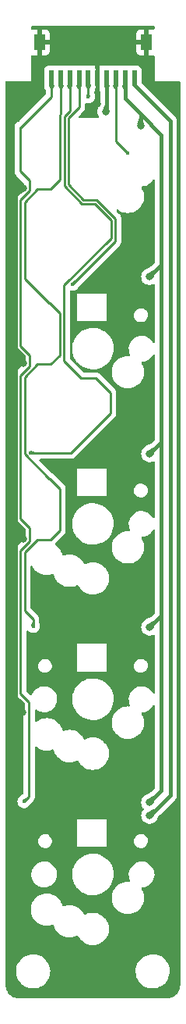
<source format=gtl>
G04 #@! TF.GenerationSoftware,KiCad,Pcbnew,7.0.8*
G04 #@! TF.CreationDate,2023-10-21T22:23:38-07:00*
G04 #@! TF.ProjectId,Seismos_5-Key,53656973-6d6f-4735-9f35-2d4b65792e6b,rev?*
G04 #@! TF.SameCoordinates,Original*
G04 #@! TF.FileFunction,Copper,L1,Top*
G04 #@! TF.FilePolarity,Positive*
%FSLAX46Y46*%
G04 Gerber Fmt 4.6, Leading zero omitted, Abs format (unit mm)*
G04 Created by KiCad (PCBNEW 7.0.8) date 2023-10-21 22:23:38*
%MOMM*%
%LPD*%
G01*
G04 APERTURE LIST*
G04 #@! TA.AperFunction,SMDPad,CuDef*
%ADD10R,0.600000X1.700000*%
G04 #@! TD*
G04 #@! TA.AperFunction,SMDPad,CuDef*
%ADD11R,1.200000X1.800000*%
G04 #@! TD*
G04 #@! TA.AperFunction,ViaPad*
%ADD12C,0.800000*%
G04 #@! TD*
G04 #@! TA.AperFunction,ViaPad*
%ADD13C,0.400000*%
G04 #@! TD*
G04 #@! TA.AperFunction,Conductor*
%ADD14C,0.381000*%
G04 #@! TD*
G04 #@! TA.AperFunction,Conductor*
%ADD15C,0.254000*%
G04 #@! TD*
G04 APERTURE END LIST*
D10*
X51500000Y-30686000D03*
X50500000Y-30686000D03*
X49500000Y-30685000D03*
X48500000Y-30685000D03*
X47500000Y-30685000D03*
X46500000Y-30685000D03*
X45500000Y-30685000D03*
X44500000Y-30685000D03*
X43500000Y-30685000D03*
X42500000Y-30685000D03*
D11*
X52800000Y-26810000D03*
X41200000Y-26810000D03*
D12*
X39500000Y-113000000D03*
X51400000Y-52100000D03*
X51400000Y-109100000D03*
X47500000Y-33500000D03*
X47000000Y-26810000D03*
X51400000Y-71100000D03*
X51400000Y-90100000D03*
X39400000Y-42600000D03*
X39400000Y-61600000D03*
X39400000Y-80600000D03*
X39326500Y-99400000D03*
D13*
X46500000Y-32700000D03*
X44800000Y-53000000D03*
X40200000Y-71300000D03*
X40500000Y-90100000D03*
D12*
X48400000Y-34300000D03*
D13*
X50800000Y-38800000D03*
D12*
X53160500Y-90200000D03*
X52200000Y-35800000D03*
X53160500Y-52200000D03*
X53160500Y-71400000D03*
X53160500Y-109200000D03*
X53160500Y-110600000D03*
D13*
X39500000Y-109100000D03*
D14*
X38600000Y-44300000D02*
X38600000Y-60000000D01*
X41200000Y-26810000D02*
X52800000Y-26810000D01*
X39400000Y-80600000D02*
X39400000Y-79600000D01*
X47500000Y-30685000D02*
X47500000Y-27310000D01*
X39400000Y-79600000D02*
X38600000Y-78800000D01*
X38600000Y-60000000D02*
X38600000Y-77450000D01*
X38600000Y-77450000D02*
X38600000Y-78800000D01*
X39326500Y-98526500D02*
X38600000Y-97800000D01*
X38600000Y-97800000D02*
X38600000Y-78800000D01*
X38600000Y-44300000D02*
X38600000Y-43400000D01*
X47500000Y-27310000D02*
X47000000Y-26810000D01*
X39400000Y-60800000D02*
X38600000Y-60000000D01*
X47500000Y-33500000D02*
X47500000Y-30685000D01*
X39400000Y-61600000D02*
X39400000Y-60800000D01*
X39326500Y-99400000D02*
X39326500Y-98526500D01*
X38600000Y-43400000D02*
X39400000Y-42600000D01*
D15*
X46500000Y-32700000D02*
X46500000Y-30685000D01*
X49454000Y-48346000D02*
X49454000Y-45884709D01*
X44354000Y-42211948D02*
X44354000Y-34994725D01*
X45500000Y-33848725D02*
X45500000Y-30685000D01*
X44354000Y-34994725D02*
X45500000Y-33848725D01*
X49454000Y-45884709D02*
X47415291Y-43846000D01*
X47415291Y-43846000D02*
X45988052Y-43846000D01*
X45988052Y-43846000D02*
X44354000Y-42211948D01*
X44800000Y-53000000D02*
X49454000Y-48346000D01*
X48900000Y-67000000D02*
X48900000Y-64800000D01*
X44600000Y-71300000D02*
X48900000Y-67000000D01*
X49000000Y-46072761D02*
X47227239Y-44300000D01*
X43854000Y-61354000D02*
X43854000Y-53146000D01*
X43900000Y-34806673D02*
X44500000Y-34206673D01*
X40200000Y-71300000D02*
X44600000Y-71300000D01*
X45700000Y-63200000D02*
X43854000Y-61354000D01*
X47300000Y-63200000D02*
X45700000Y-63200000D01*
X43900000Y-42400000D02*
X43900000Y-34806673D01*
X45800000Y-44300000D02*
X43900000Y-42400000D01*
X49000000Y-48000000D02*
X49000000Y-46072761D01*
X44500000Y-34206673D02*
X44500000Y-30685000D01*
X43854000Y-53146000D02*
X49000000Y-48000000D01*
X48900000Y-64800000D02*
X47300000Y-63200000D01*
X47227239Y-44300000D02*
X45800000Y-44300000D01*
X43400000Y-75200000D02*
X42300000Y-74100000D01*
X43400000Y-79700000D02*
X43400000Y-75200000D01*
X42300000Y-55100000D02*
X42254709Y-55100000D01*
X40970186Y-80700000D02*
X42400000Y-80700000D01*
X42300000Y-74100000D02*
X42254709Y-74100000D01*
X43400000Y-56200000D02*
X42300000Y-55100000D01*
X42400000Y-42700000D02*
X40970186Y-42700000D01*
X42400000Y-61700000D02*
X43400000Y-60700000D01*
X39571500Y-69421500D02*
X39571500Y-63098686D01*
X39571500Y-44098686D02*
X39571500Y-50421500D01*
X40970186Y-61700000D02*
X42400000Y-61700000D01*
X43446000Y-34618620D02*
X43446000Y-41654000D01*
X42254709Y-55100000D02*
X39571500Y-52416791D01*
X42254709Y-74100000D02*
X39571500Y-71416791D01*
X39571500Y-82098686D02*
X40970186Y-80700000D01*
X43500000Y-34564620D02*
X43446000Y-34618620D01*
X40500000Y-89350000D02*
X39571500Y-88421500D01*
X39571500Y-71416791D02*
X39571500Y-69500000D01*
X40970186Y-42700000D02*
X39571500Y-44098686D01*
X43400000Y-60700000D02*
X43400000Y-56200000D01*
X43446000Y-41654000D02*
X42400000Y-42700000D01*
X42400000Y-80700000D02*
X43400000Y-79700000D01*
X39571500Y-63098686D02*
X40970186Y-61700000D01*
X40500000Y-90100000D02*
X40500000Y-89350000D01*
X39571500Y-88421500D02*
X39571500Y-82098686D01*
X39571500Y-52416791D02*
X39571500Y-50500000D01*
X43500000Y-30685000D02*
X43500000Y-34564620D01*
D14*
X48500000Y-34200000D02*
X48500000Y-30685000D01*
X48400000Y-34300000D02*
X48500000Y-34200000D01*
D15*
X50800000Y-38800000D02*
X49500000Y-37500000D01*
X49500000Y-37500000D02*
X49500000Y-30685000D01*
D14*
X54450000Y-36850000D02*
X54450000Y-88910500D01*
X54450000Y-107910500D02*
X53160500Y-109200000D01*
X52200000Y-34600000D02*
X54450000Y-36850000D01*
X52200000Y-34600000D02*
X52200000Y-35800000D01*
X54450000Y-70110500D02*
X53160500Y-71400000D01*
X50500000Y-32900000D02*
X50500000Y-30686000D01*
X53160500Y-52200000D02*
X54450000Y-50910500D01*
X54450000Y-107910500D02*
X54450000Y-88910500D01*
X54450000Y-88910500D02*
X53160500Y-90200000D01*
X52200000Y-34600000D02*
X50500000Y-32900000D01*
X53200000Y-110600000D02*
X55425000Y-108375000D01*
X51500000Y-31400000D02*
X51500000Y-30686000D01*
X55425000Y-35325000D02*
X51500000Y-31400000D01*
X55425000Y-108375000D02*
X55425000Y-35325000D01*
D15*
X40127000Y-79409500D02*
X39117500Y-78400000D01*
X40127000Y-42901134D02*
X40127000Y-41795144D01*
X39117500Y-81910634D02*
X40127000Y-80901134D01*
X40127000Y-80901134D02*
X40127000Y-79409500D01*
X39117500Y-36100000D02*
X39117500Y-35982500D01*
X39117500Y-43900000D02*
X39128134Y-43900000D01*
X40127000Y-41795144D02*
X39117500Y-40785644D01*
X39117500Y-36100000D02*
X42500000Y-32717500D01*
X39117500Y-62910634D02*
X40127000Y-61901134D01*
X39117500Y-78400000D02*
X39117500Y-62910634D01*
X40053500Y-98336000D02*
X39117500Y-97400000D01*
X40127000Y-61901134D02*
X40127000Y-60709500D01*
X39117500Y-59700000D02*
X39117500Y-43900000D01*
X42500000Y-32717500D02*
X42500000Y-30685000D01*
X39117500Y-97400000D02*
X39117500Y-81910634D01*
X40053500Y-108546500D02*
X40053500Y-98336000D01*
X39128134Y-43900000D02*
X40127000Y-42901134D01*
X39117500Y-40785644D02*
X39117500Y-36100000D01*
X39500000Y-109100000D02*
X40053500Y-108546500D01*
X40127000Y-60709500D02*
X39117500Y-59700000D01*
G04 #@! TA.AperFunction,Conductor*
G36*
X40213720Y-71102504D02*
G01*
X40590401Y-71171248D01*
X40597924Y-71176105D01*
X40600000Y-71182758D01*
X40600000Y-71417241D01*
X40596573Y-71425514D01*
X40590401Y-71428751D01*
X40213731Y-71497494D01*
X40204977Y-71495608D01*
X40200120Y-71488085D01*
X40199930Y-71486043D01*
X40199627Y-71425514D01*
X40199000Y-71300000D01*
X40199930Y-71113955D01*
X40203398Y-71105701D01*
X40211689Y-71102315D01*
X40213720Y-71102504D01*
G37*
G04 #@! TD.AperFunction*
G04 #@! TA.AperFunction,Conductor*
G36*
X40625515Y-89703427D02*
G01*
X40628752Y-89709599D01*
X40697494Y-90086268D01*
X40695608Y-90095022D01*
X40688085Y-90099879D01*
X40686043Y-90100069D01*
X40500000Y-90101000D01*
X40313956Y-90100069D01*
X40305701Y-90096601D01*
X40302315Y-90088310D01*
X40302503Y-90086280D01*
X40371248Y-89709598D01*
X40376105Y-89702076D01*
X40382758Y-89700000D01*
X40617242Y-89700000D01*
X40625515Y-89703427D01*
G37*
G04 #@! TD.AperFunction*
G04 #@! TA.AperFunction,Conductor*
G36*
X46625515Y-32303427D02*
G01*
X46628752Y-32309599D01*
X46697494Y-32686268D01*
X46695608Y-32695022D01*
X46688085Y-32699879D01*
X46686043Y-32700069D01*
X46500000Y-32701000D01*
X46313956Y-32700069D01*
X46305701Y-32696601D01*
X46302315Y-32688310D01*
X46302503Y-32686280D01*
X46371248Y-32309598D01*
X46376105Y-32302076D01*
X46382758Y-32300000D01*
X46617242Y-32300000D01*
X46625515Y-32303427D01*
G37*
G04 #@! TD.AperFunction*
G04 #@! TA.AperFunction,Conductor*
G36*
X52389871Y-35003427D02*
G01*
X52392874Y-35008579D01*
X52566798Y-35636979D01*
X52565702Y-35645867D01*
X52560024Y-35650899D01*
X52204502Y-35799123D01*
X52195548Y-35799144D01*
X52195498Y-35799123D01*
X51839975Y-35650899D01*
X51833657Y-35644552D01*
X51833201Y-35636979D01*
X52007126Y-35008579D01*
X52012635Y-35001520D01*
X52018402Y-35000000D01*
X52381598Y-35000000D01*
X52389871Y-35003427D01*
G37*
G04 #@! TD.AperFunction*
G04 #@! TA.AperFunction,Conductor*
G36*
X44510553Y-30714137D02*
G01*
X44511034Y-30715299D01*
X44798211Y-31529925D01*
X44797730Y-31538867D01*
X44797315Y-31539654D01*
X44630375Y-31829145D01*
X44623275Y-31834600D01*
X44620241Y-31835000D01*
X44379759Y-31835000D01*
X44371486Y-31831573D01*
X44369624Y-31829145D01*
X44202687Y-31539660D01*
X44201522Y-31530781D01*
X44201780Y-31529950D01*
X44488966Y-30715298D01*
X44494948Y-30708636D01*
X44503890Y-30708155D01*
X44510553Y-30714137D01*
G37*
G04 #@! TD.AperFunction*
G04 #@! TA.AperFunction,Conductor*
G36*
X46510553Y-30714137D02*
G01*
X46511034Y-30715299D01*
X46798211Y-31529925D01*
X46797730Y-31538867D01*
X46797315Y-31539654D01*
X46630375Y-31829145D01*
X46623275Y-31834600D01*
X46620241Y-31835000D01*
X46379759Y-31835000D01*
X46371486Y-31831573D01*
X46369624Y-31829145D01*
X46202687Y-31539660D01*
X46201522Y-31530781D01*
X46201780Y-31529950D01*
X46488966Y-30715298D01*
X46494948Y-30708636D01*
X46503890Y-30708155D01*
X46510553Y-30714137D01*
G37*
G04 #@! TD.AperFunction*
G04 #@! TA.AperFunction,Conductor*
G36*
X43510553Y-30714137D02*
G01*
X43511034Y-30715299D01*
X43798211Y-31529925D01*
X43797730Y-31538867D01*
X43797315Y-31539654D01*
X43630375Y-31829145D01*
X43623275Y-31834600D01*
X43620241Y-31835000D01*
X43379759Y-31835000D01*
X43371486Y-31831573D01*
X43369624Y-31829145D01*
X43202687Y-31539660D01*
X43201522Y-31530781D01*
X43201780Y-31529950D01*
X43488966Y-30715298D01*
X43494948Y-30708636D01*
X43503890Y-30708155D01*
X43510553Y-30714137D01*
G37*
G04 #@! TD.AperFunction*
G04 #@! TA.AperFunction,Conductor*
G36*
X48688601Y-33523318D02*
G01*
X48691914Y-33529965D01*
X48798134Y-34286707D01*
X48795891Y-34295376D01*
X48788174Y-34299919D01*
X48786577Y-34300033D01*
X48402355Y-34300994D01*
X48397824Y-34300093D01*
X48244231Y-34236057D01*
X48041506Y-34151537D01*
X48035188Y-34145190D01*
X48035209Y-34136236D01*
X48035319Y-34135981D01*
X48306410Y-33526834D01*
X48312904Y-33520669D01*
X48317099Y-33519891D01*
X48680328Y-33519891D01*
X48688601Y-33523318D01*
G37*
G04 #@! TD.AperFunction*
G04 #@! TA.AperFunction,Conductor*
G36*
X53613325Y-109929313D02*
G01*
X53870159Y-110186147D01*
X53873586Y-110194420D01*
X53871836Y-110200575D01*
X53535274Y-110744630D01*
X53528007Y-110749863D01*
X53520872Y-110749295D01*
X53164304Y-110602563D01*
X53157957Y-110596245D01*
X53157936Y-110596195D01*
X53011524Y-110240405D01*
X53011545Y-110231451D01*
X53017010Y-110225541D01*
X53599720Y-109927171D01*
X53608645Y-109926451D01*
X53613325Y-109929313D01*
G37*
G04 #@! TD.AperFunction*
G04 #@! TA.AperFunction,Conductor*
G36*
X50614985Y-38432903D02*
G01*
X50878366Y-38614987D01*
X50929939Y-38650641D01*
X50934796Y-38658164D01*
X50932910Y-38666918D01*
X50931600Y-38668497D01*
X50800707Y-38800707D01*
X50668497Y-38931600D01*
X50660206Y-38934986D01*
X50651951Y-38931518D01*
X50650641Y-38929939D01*
X50561299Y-38800707D01*
X50432903Y-38614985D01*
X50431018Y-38606233D01*
X50434253Y-38600063D01*
X50600062Y-38434254D01*
X50608334Y-38430828D01*
X50614985Y-38432903D01*
G37*
G04 #@! TD.AperFunction*
G04 #@! TA.AperFunction,Conductor*
G36*
X45510553Y-30714137D02*
G01*
X45511034Y-30715299D01*
X45798211Y-31529925D01*
X45797730Y-31538867D01*
X45797315Y-31539654D01*
X45630375Y-31829145D01*
X45623275Y-31834600D01*
X45620241Y-31835000D01*
X45379759Y-31835000D01*
X45371486Y-31831573D01*
X45369624Y-31829145D01*
X45202687Y-31539660D01*
X45201522Y-31530781D01*
X45201780Y-31529950D01*
X45488966Y-30715298D01*
X45494948Y-30708636D01*
X45503890Y-30708155D01*
X45510553Y-30714137D01*
G37*
G04 #@! TD.AperFunction*
G04 #@! TA.AperFunction,Conductor*
G36*
X50510553Y-30715137D02*
G01*
X50511034Y-30716299D01*
X50798604Y-31532040D01*
X50798561Y-31539942D01*
X50693306Y-31828312D01*
X50687250Y-31834908D01*
X50682315Y-31836000D01*
X50317685Y-31836000D01*
X50309412Y-31832573D01*
X50306694Y-31828312D01*
X50293398Y-31791886D01*
X50201437Y-31539939D01*
X50201395Y-31532042D01*
X50488966Y-30716298D01*
X50494948Y-30709636D01*
X50503890Y-30709155D01*
X50510553Y-30715137D01*
G37*
G04 #@! TD.AperFunction*
G04 #@! TA.AperFunction,Conductor*
G36*
X53597775Y-89505905D02*
G01*
X53854594Y-89762724D01*
X53858021Y-89770997D01*
X53856501Y-89776764D01*
X53535139Y-90344092D01*
X53528080Y-90349601D01*
X53520507Y-90349145D01*
X53164304Y-90202563D01*
X53157957Y-90196245D01*
X53157936Y-90196195D01*
X53011354Y-89839992D01*
X53011375Y-89831038D01*
X53016404Y-89825362D01*
X53583736Y-89503997D01*
X53592623Y-89502902D01*
X53597775Y-89505905D01*
G37*
G04 #@! TD.AperFunction*
G04 #@! TA.AperFunction,Conductor*
G36*
X42510553Y-30714137D02*
G01*
X42511034Y-30715299D01*
X42798211Y-31529925D01*
X42797730Y-31538867D01*
X42797315Y-31539654D01*
X42630375Y-31829145D01*
X42623275Y-31834600D01*
X42620241Y-31835000D01*
X42379759Y-31835000D01*
X42371486Y-31831573D01*
X42369624Y-31829145D01*
X42202687Y-31539660D01*
X42201522Y-31530781D01*
X42201780Y-31529950D01*
X42488966Y-30715298D01*
X42494948Y-30708636D01*
X42503890Y-30708155D01*
X42510553Y-30714137D01*
G37*
G04 #@! TD.AperFunction*
G04 #@! TA.AperFunction,Conductor*
G36*
X53597775Y-51505905D02*
G01*
X53854594Y-51762724D01*
X53858021Y-51770997D01*
X53856501Y-51776764D01*
X53535139Y-52344092D01*
X53528080Y-52349601D01*
X53520507Y-52349145D01*
X53164304Y-52202563D01*
X53157957Y-52196245D01*
X53157936Y-52196195D01*
X53011354Y-51839992D01*
X53011375Y-51831038D01*
X53016404Y-51825362D01*
X53583736Y-51503997D01*
X53592623Y-51502902D01*
X53597775Y-51505905D01*
G37*
G04 #@! TD.AperFunction*
G04 #@! TA.AperFunction,Conductor*
G36*
X48510553Y-30714137D02*
G01*
X48511034Y-30715299D01*
X48798604Y-31531040D01*
X48798561Y-31538942D01*
X48693306Y-31827312D01*
X48687250Y-31833908D01*
X48682315Y-31835000D01*
X48317685Y-31835000D01*
X48309412Y-31831573D01*
X48306694Y-31827312D01*
X48293398Y-31790886D01*
X48201437Y-31538939D01*
X48201395Y-31531042D01*
X48488966Y-30715298D01*
X48494948Y-30708636D01*
X48503890Y-30708155D01*
X48510553Y-30714137D01*
G37*
G04 #@! TD.AperFunction*
G04 #@! TA.AperFunction,Conductor*
G36*
X44999938Y-52634255D02*
G01*
X45165744Y-52800061D01*
X45169171Y-52808334D01*
X45167095Y-52814987D01*
X44949358Y-53129939D01*
X44941835Y-53134796D01*
X44933081Y-53132910D01*
X44931502Y-53131600D01*
X44799293Y-53000707D01*
X44668399Y-52868497D01*
X44665013Y-52860206D01*
X44668481Y-52851951D01*
X44670054Y-52850645D01*
X44985014Y-52632903D01*
X44993766Y-52631018D01*
X44999938Y-52634255D01*
G37*
G04 #@! TD.AperFunction*
G04 #@! TA.AperFunction,Conductor*
G36*
X49510553Y-30714137D02*
G01*
X49511034Y-30715299D01*
X49798211Y-31529925D01*
X49797730Y-31538867D01*
X49797315Y-31539654D01*
X49630375Y-31829145D01*
X49623275Y-31834600D01*
X49620241Y-31835000D01*
X49379759Y-31835000D01*
X49371486Y-31831573D01*
X49369624Y-31829145D01*
X49202687Y-31539660D01*
X49201522Y-31530781D01*
X49201780Y-31529950D01*
X49488966Y-30715298D01*
X49494948Y-30708636D01*
X49503890Y-30708155D01*
X49510553Y-30714137D01*
G37*
G04 #@! TD.AperFunction*
G04 #@! TA.AperFunction,Conductor*
G36*
X39699938Y-108734255D02*
G01*
X39865744Y-108900061D01*
X39869171Y-108908334D01*
X39867095Y-108914987D01*
X39649358Y-109229939D01*
X39641835Y-109234796D01*
X39633081Y-109232910D01*
X39631502Y-109231600D01*
X39499293Y-109100707D01*
X39368399Y-108968497D01*
X39365013Y-108960206D01*
X39368481Y-108951951D01*
X39370054Y-108950645D01*
X39685014Y-108732903D01*
X39693766Y-108731018D01*
X39699938Y-108734255D01*
G37*
G04 #@! TD.AperFunction*
G04 #@! TA.AperFunction,Conductor*
G36*
X53597775Y-70705905D02*
G01*
X53854594Y-70962724D01*
X53858021Y-70970997D01*
X53856501Y-70976764D01*
X53535139Y-71544092D01*
X53528080Y-71549601D01*
X53520507Y-71549145D01*
X53164304Y-71402563D01*
X53157957Y-71396245D01*
X53157936Y-71396195D01*
X53011354Y-71039992D01*
X53011375Y-71031038D01*
X53016404Y-71025362D01*
X53583736Y-70703997D01*
X53592623Y-70702902D01*
X53597775Y-70705905D01*
G37*
G04 #@! TD.AperFunction*
G04 #@! TA.AperFunction,Conductor*
G36*
X53597775Y-108505905D02*
G01*
X53854594Y-108762724D01*
X53858021Y-108770997D01*
X53856501Y-108776764D01*
X53535139Y-109344092D01*
X53528080Y-109349601D01*
X53520507Y-109349145D01*
X53164304Y-109202563D01*
X53157957Y-109196245D01*
X53157936Y-109196195D01*
X53011354Y-108839992D01*
X53011375Y-108831038D01*
X53016404Y-108825362D01*
X53583736Y-108503997D01*
X53592623Y-108502902D01*
X53597775Y-108505905D01*
G37*
G04 #@! TD.AperFunction*
G04 #@! TA.AperFunction,Conductor*
G36*
X53642539Y-25020185D02*
G01*
X53688294Y-25072989D01*
X53699500Y-25124500D01*
X53699500Y-25309466D01*
X53679815Y-25376505D01*
X53627011Y-25422260D01*
X53557853Y-25432204D01*
X53532168Y-25425648D01*
X53507382Y-25416403D01*
X53507372Y-25416401D01*
X53447844Y-25410000D01*
X53050000Y-25410000D01*
X53050000Y-28210000D01*
X53447828Y-28210000D01*
X53447844Y-28209999D01*
X53507372Y-28203598D01*
X53507377Y-28203597D01*
X53532164Y-28194352D01*
X53601856Y-28189366D01*
X53663180Y-28222850D01*
X53696666Y-28284173D01*
X53699500Y-28310533D01*
X53699500Y-30975467D01*
X53699416Y-30975889D01*
X53699459Y-31000001D01*
X53699500Y-31000099D01*
X53699616Y-31000382D01*
X53699618Y-31000384D01*
X53699808Y-31000462D01*
X53700000Y-31000541D01*
X53700002Y-31000539D01*
X53724616Y-31000524D01*
X53724616Y-31000528D01*
X53724760Y-31000500D01*
X56375500Y-31000500D01*
X56442539Y-31020185D01*
X56488294Y-31072989D01*
X56499500Y-31124500D01*
X56499500Y-128937121D01*
X56499342Y-128941547D01*
X56494687Y-129006603D01*
X56482856Y-129156385D01*
X56481631Y-129164692D01*
X56461691Y-129256354D01*
X56432960Y-129376020D01*
X56430762Y-129383219D01*
X56395594Y-129477504D01*
X56350781Y-129585691D01*
X56347915Y-129591682D01*
X56299029Y-129681211D01*
X56297476Y-129683892D01*
X56238121Y-129780752D01*
X56234889Y-129785515D01*
X56173121Y-129868029D01*
X56170633Y-129871140D01*
X56097464Y-129956814D01*
X56094158Y-129960390D01*
X56021035Y-130033516D01*
X56017459Y-130036822D01*
X55931794Y-130109990D01*
X55928683Y-130112479D01*
X55846152Y-130174265D01*
X55841389Y-130177498D01*
X55744564Y-130236836D01*
X55741882Y-130238389D01*
X55652335Y-130287290D01*
X55646344Y-130290156D01*
X55538171Y-130334969D01*
X55443871Y-130370146D01*
X55436672Y-130372344D01*
X55357168Y-130391436D01*
X55316997Y-130401082D01*
X55225384Y-130421015D01*
X55217061Y-130422243D01*
X55061300Y-130434511D01*
X55029511Y-130436787D01*
X55003033Y-130438682D01*
X54998624Y-130438840D01*
X39002217Y-130438840D01*
X38997791Y-130438682D01*
X38927771Y-130433673D01*
X38783790Y-130422379D01*
X38775449Y-130421150D01*
X38677521Y-130399847D01*
X38564251Y-130372652D01*
X38557058Y-130370456D01*
X38499058Y-130348823D01*
X38458702Y-130333770D01*
X38354636Y-130290663D01*
X38348645Y-130287796D01*
X38258165Y-130238389D01*
X38256031Y-130237223D01*
X38253359Y-130235677D01*
X38159647Y-130178247D01*
X38154885Y-130175016D01*
X38069847Y-130111355D01*
X38066735Y-130108866D01*
X37983620Y-130037875D01*
X37980045Y-130034570D01*
X37927288Y-129981813D01*
X37904770Y-129959295D01*
X37901491Y-129955746D01*
X37830479Y-129872599D01*
X37828024Y-129869530D01*
X37764339Y-129784452D01*
X37761114Y-129779697D01*
X37703669Y-129685949D01*
X37702163Y-129683349D01*
X37651572Y-129590691D01*
X37648710Y-129584711D01*
X37605610Y-129480648D01*
X37599791Y-129465046D01*
X37568923Y-129382277D01*
X37566729Y-129375089D01*
X37539534Y-129261796D01*
X37518231Y-129163853D01*
X37517008Y-129155552D01*
X37506142Y-129017438D01*
X37500658Y-128940707D01*
X37500500Y-128936285D01*
X37500500Y-127567763D01*
X38645787Y-127567763D01*
X38675413Y-127837013D01*
X38675415Y-127837024D01*
X38743926Y-128099082D01*
X38743928Y-128099088D01*
X38849870Y-128348390D01*
X38921998Y-128466575D01*
X38990979Y-128579605D01*
X38990986Y-128579615D01*
X39164253Y-128787819D01*
X39164259Y-128787824D01*
X39365998Y-128968582D01*
X39591910Y-129118044D01*
X39837176Y-129233020D01*
X39837183Y-129233022D01*
X39837185Y-129233023D01*
X40096557Y-129311057D01*
X40096564Y-129311058D01*
X40096569Y-129311060D01*
X40364561Y-129350500D01*
X40364566Y-129350500D01*
X40567636Y-129350500D01*
X40619133Y-129346730D01*
X40770156Y-129335677D01*
X40882758Y-129310593D01*
X41034546Y-129276782D01*
X41034548Y-129276781D01*
X41034553Y-129276780D01*
X41287558Y-129180014D01*
X41523777Y-129047441D01*
X41738177Y-128881888D01*
X41926186Y-128686881D01*
X42083799Y-128466579D01*
X42157787Y-128322669D01*
X42207649Y-128225690D01*
X42207651Y-128225684D01*
X42207656Y-128225675D01*
X42295118Y-127969305D01*
X42344319Y-127702933D01*
X42349259Y-127567763D01*
X51645787Y-127567763D01*
X51675413Y-127837013D01*
X51675415Y-127837024D01*
X51743926Y-128099082D01*
X51743928Y-128099088D01*
X51849870Y-128348390D01*
X51921998Y-128466575D01*
X51990979Y-128579605D01*
X51990986Y-128579615D01*
X52164253Y-128787819D01*
X52164259Y-128787824D01*
X52365998Y-128968582D01*
X52591910Y-129118044D01*
X52837176Y-129233020D01*
X52837183Y-129233022D01*
X52837185Y-129233023D01*
X53096557Y-129311057D01*
X53096564Y-129311058D01*
X53096569Y-129311060D01*
X53364561Y-129350500D01*
X53364566Y-129350500D01*
X53567636Y-129350500D01*
X53619133Y-129346730D01*
X53770156Y-129335677D01*
X53882758Y-129310593D01*
X54034546Y-129276782D01*
X54034548Y-129276781D01*
X54034553Y-129276780D01*
X54287558Y-129180014D01*
X54523777Y-129047441D01*
X54738177Y-128881888D01*
X54926186Y-128686881D01*
X55083799Y-128466579D01*
X55157787Y-128322669D01*
X55207649Y-128225690D01*
X55207651Y-128225684D01*
X55207656Y-128225675D01*
X55295118Y-127969305D01*
X55344319Y-127702933D01*
X55354212Y-127432235D01*
X55324586Y-127162982D01*
X55256072Y-126900912D01*
X55150130Y-126651610D01*
X55009018Y-126420390D01*
X54919747Y-126313119D01*
X54835746Y-126212180D01*
X54835740Y-126212175D01*
X54634002Y-126031418D01*
X54408092Y-125881957D01*
X54408090Y-125881956D01*
X54162824Y-125766980D01*
X54162819Y-125766978D01*
X54162814Y-125766976D01*
X53903442Y-125688942D01*
X53903428Y-125688939D01*
X53787791Y-125671921D01*
X53635439Y-125649500D01*
X53432369Y-125649500D01*
X53432364Y-125649500D01*
X53229844Y-125664323D01*
X53229831Y-125664325D01*
X52965453Y-125723217D01*
X52965446Y-125723220D01*
X52712439Y-125819987D01*
X52476226Y-125952557D01*
X52261822Y-126118112D01*
X52073822Y-126313109D01*
X52073816Y-126313116D01*
X51916202Y-126533419D01*
X51916199Y-126533424D01*
X51792350Y-126774309D01*
X51792343Y-126774327D01*
X51704884Y-127030685D01*
X51704881Y-127030699D01*
X51655681Y-127297068D01*
X51655680Y-127297075D01*
X51645787Y-127567763D01*
X42349259Y-127567763D01*
X42354212Y-127432235D01*
X42324586Y-127162982D01*
X42256072Y-126900912D01*
X42150130Y-126651610D01*
X42009018Y-126420390D01*
X41919747Y-126313119D01*
X41835746Y-126212180D01*
X41835740Y-126212175D01*
X41634002Y-126031418D01*
X41408092Y-125881957D01*
X41408090Y-125881956D01*
X41162824Y-125766980D01*
X41162819Y-125766978D01*
X41162814Y-125766976D01*
X40903442Y-125688942D01*
X40903428Y-125688939D01*
X40787791Y-125671921D01*
X40635439Y-125649500D01*
X40432369Y-125649500D01*
X40432364Y-125649500D01*
X40229844Y-125664323D01*
X40229831Y-125664325D01*
X39965453Y-125723217D01*
X39965446Y-125723220D01*
X39712439Y-125819987D01*
X39476226Y-125952557D01*
X39261822Y-126118112D01*
X39073822Y-126313109D01*
X39073816Y-126313116D01*
X38916202Y-126533419D01*
X38916199Y-126533424D01*
X38792350Y-126774309D01*
X38792343Y-126774327D01*
X38704884Y-127030685D01*
X38704881Y-127030699D01*
X38655681Y-127297068D01*
X38655680Y-127297075D01*
X38645787Y-127567763D01*
X37500500Y-127567763D01*
X37500500Y-120931187D01*
X40249500Y-120931187D01*
X40269794Y-121065823D01*
X40288604Y-121190615D01*
X40288605Y-121190617D01*
X40288606Y-121190623D01*
X40365938Y-121441326D01*
X40479767Y-121677696D01*
X40479768Y-121677697D01*
X40479770Y-121677700D01*
X40479772Y-121677704D01*
X40627567Y-121894479D01*
X40806014Y-122086801D01*
X40806018Y-122086804D01*
X40806019Y-122086805D01*
X41011143Y-122250386D01*
X41238357Y-122381568D01*
X41482584Y-122477420D01*
X41738370Y-122535802D01*
X41738376Y-122535802D01*
X41738379Y-122535803D01*
X41934500Y-122550500D01*
X41934506Y-122550500D01*
X42065500Y-122550500D01*
X42261620Y-122535803D01*
X42261622Y-122535802D01*
X42261630Y-122535802D01*
X42517416Y-122477420D01*
X42601111Y-122444571D01*
X42670705Y-122438403D01*
X42732588Y-122470840D01*
X42764900Y-122523448D01*
X42825937Y-122721323D01*
X42825938Y-122721326D01*
X42939767Y-122957696D01*
X42939768Y-122957697D01*
X42939770Y-122957700D01*
X42939772Y-122957704D01*
X42989869Y-123031182D01*
X43087567Y-123174479D01*
X43266014Y-123366801D01*
X43266018Y-123366804D01*
X43266019Y-123366805D01*
X43471143Y-123530386D01*
X43698357Y-123661568D01*
X43942584Y-123757420D01*
X44198370Y-123815802D01*
X44198376Y-123815802D01*
X44198379Y-123815803D01*
X44394500Y-123830500D01*
X44394506Y-123830500D01*
X44525500Y-123830500D01*
X44721620Y-123815803D01*
X44721622Y-123815802D01*
X44721630Y-123815802D01*
X44977416Y-123757420D01*
X45221643Y-123661568D01*
X45221646Y-123661566D01*
X45221647Y-123661566D01*
X45264118Y-123637045D01*
X45332018Y-123620571D01*
X45398045Y-123643423D01*
X45437839Y-123690630D01*
X45479767Y-123777695D01*
X45479768Y-123777697D01*
X45479770Y-123777700D01*
X45479772Y-123777704D01*
X45505747Y-123815802D01*
X45627567Y-123994479D01*
X45806014Y-124186801D01*
X45806018Y-124186804D01*
X45806019Y-124186805D01*
X46011143Y-124350386D01*
X46238357Y-124481568D01*
X46482584Y-124577420D01*
X46738370Y-124635802D01*
X46738376Y-124635802D01*
X46738379Y-124635803D01*
X46934500Y-124650500D01*
X46934506Y-124650500D01*
X47065500Y-124650500D01*
X47261620Y-124635803D01*
X47261622Y-124635802D01*
X47261630Y-124635802D01*
X47517416Y-124577420D01*
X47761643Y-124481568D01*
X47988857Y-124350386D01*
X48193981Y-124186805D01*
X48372433Y-123994479D01*
X48520228Y-123777704D01*
X48634063Y-123541323D01*
X48711396Y-123290615D01*
X48750500Y-123031182D01*
X48750500Y-122768818D01*
X48711396Y-122509385D01*
X48634063Y-122258677D01*
X48551292Y-122086801D01*
X48520232Y-122022303D01*
X48520231Y-122022302D01*
X48520230Y-122022301D01*
X48520228Y-122022296D01*
X48372433Y-121805521D01*
X48362441Y-121794753D01*
X48193985Y-121613198D01*
X48154533Y-121581736D01*
X47988857Y-121449614D01*
X47761643Y-121318432D01*
X47517416Y-121222580D01*
X47517411Y-121222578D01*
X47517402Y-121222576D01*
X47299818Y-121172914D01*
X47261630Y-121164198D01*
X47261629Y-121164197D01*
X47261625Y-121164197D01*
X47261620Y-121164196D01*
X47065500Y-121149500D01*
X47065494Y-121149500D01*
X46934506Y-121149500D01*
X46934500Y-121149500D01*
X46738379Y-121164196D01*
X46738374Y-121164197D01*
X46482597Y-121222576D01*
X46482578Y-121222582D01*
X46238363Y-121318429D01*
X46238357Y-121318432D01*
X46195877Y-121342957D01*
X46127977Y-121359427D01*
X46061951Y-121336574D01*
X46022160Y-121289369D01*
X45980232Y-121202303D01*
X45980231Y-121202302D01*
X45980230Y-121202301D01*
X45980228Y-121202296D01*
X45832433Y-120985521D01*
X45782014Y-120931182D01*
X45653985Y-120793198D01*
X45498017Y-120668818D01*
X45448857Y-120629614D01*
X45221643Y-120498432D01*
X44977416Y-120402580D01*
X44977411Y-120402578D01*
X44977402Y-120402576D01*
X44759818Y-120352914D01*
X44721630Y-120344198D01*
X44721629Y-120344197D01*
X44721625Y-120344197D01*
X44721620Y-120344196D01*
X44525500Y-120329500D01*
X44525494Y-120329500D01*
X44394506Y-120329500D01*
X44394500Y-120329500D01*
X44198379Y-120344196D01*
X44198374Y-120344197D01*
X43942585Y-120402579D01*
X43858890Y-120435426D01*
X43789293Y-120441593D01*
X43727410Y-120409155D01*
X43695098Y-120356547D01*
X43641048Y-120181323D01*
X43634063Y-120158677D01*
X43622121Y-120133880D01*
X43520232Y-119922303D01*
X43520231Y-119922302D01*
X43520230Y-119922301D01*
X43520228Y-119922296D01*
X43372433Y-119705521D01*
X43340576Y-119671187D01*
X49059500Y-119671187D01*
X49079794Y-119805823D01*
X49098604Y-119930615D01*
X49098605Y-119930617D01*
X49098606Y-119930623D01*
X49175938Y-120181326D01*
X49289767Y-120417696D01*
X49289768Y-120417697D01*
X49289770Y-120417700D01*
X49289772Y-120417704D01*
X49338126Y-120488626D01*
X49437567Y-120634479D01*
X49616014Y-120826801D01*
X49616018Y-120826804D01*
X49616019Y-120826805D01*
X49821143Y-120990386D01*
X50048357Y-121121568D01*
X50292584Y-121217420D01*
X50548370Y-121275802D01*
X50548376Y-121275802D01*
X50548379Y-121275803D01*
X50744500Y-121290500D01*
X50744506Y-121290500D01*
X50875500Y-121290500D01*
X51071620Y-121275803D01*
X51071622Y-121275802D01*
X51071630Y-121275802D01*
X51327416Y-121217420D01*
X51571643Y-121121568D01*
X51798857Y-120990386D01*
X52003981Y-120826805D01*
X52035167Y-120793195D01*
X52043945Y-120783733D01*
X52182433Y-120634479D01*
X52330228Y-120417704D01*
X52444063Y-120181323D01*
X52521396Y-119930615D01*
X52560500Y-119671182D01*
X52560500Y-119408818D01*
X52521396Y-119149385D01*
X52444063Y-118898677D01*
X52382165Y-118770144D01*
X52330232Y-118662303D01*
X52330225Y-118662292D01*
X52282720Y-118592615D01*
X52261219Y-118526136D01*
X52279073Y-118458586D01*
X52330613Y-118411411D01*
X52374657Y-118399210D01*
X52537536Y-118385347D01*
X52537539Y-118385346D01*
X52537541Y-118385346D01*
X52768249Y-118325275D01*
X52927707Y-118253195D01*
X52985480Y-118227080D01*
X52985481Y-118227078D01*
X52985486Y-118227077D01*
X53183003Y-118093579D01*
X53355118Y-117928621D01*
X53496879Y-117736947D01*
X53604207Y-117524074D01*
X53674016Y-117296123D01*
X53704298Y-117059654D01*
X53694180Y-116821468D01*
X53683999Y-116774230D01*
X53643954Y-116588419D01*
X53555064Y-116367211D01*
X53555064Y-116367210D01*
X53430069Y-116164205D01*
X53272564Y-115985245D01*
X53087080Y-115835477D01*
X52973130Y-115771820D01*
X52878955Y-115719210D01*
X52654170Y-115639788D01*
X52419209Y-115599500D01*
X52419200Y-115599500D01*
X52240503Y-115599500D01*
X52240498Y-115599500D01*
X52062463Y-115614652D01*
X51831751Y-115674724D01*
X51614519Y-115772919D01*
X51614511Y-115772924D01*
X51417006Y-115906413D01*
X51416997Y-115906421D01*
X51244881Y-116071379D01*
X51103123Y-116263050D01*
X51103120Y-116263054D01*
X50995796Y-116475920D01*
X50995793Y-116475926D01*
X50925983Y-116703878D01*
X50895702Y-116940346D01*
X50905819Y-117178528D01*
X50905819Y-117178532D01*
X50956046Y-117411582D01*
X50956046Y-117411583D01*
X51040876Y-117622689D01*
X51047607Y-117692233D01*
X51015671Y-117754377D01*
X50955207Y-117789390D01*
X50916552Y-117792576D01*
X50875500Y-117789500D01*
X50875494Y-117789500D01*
X50744506Y-117789500D01*
X50744500Y-117789500D01*
X50548379Y-117804196D01*
X50548374Y-117804197D01*
X50292597Y-117862576D01*
X50292578Y-117862582D01*
X50048356Y-117958432D01*
X49821143Y-118089614D01*
X49616014Y-118253198D01*
X49437567Y-118445520D01*
X49289768Y-118662302D01*
X49289767Y-118662303D01*
X49175938Y-118898673D01*
X49098606Y-119149376D01*
X49098605Y-119149381D01*
X49098604Y-119149385D01*
X49088197Y-119218432D01*
X49059500Y-119408812D01*
X49059500Y-119671187D01*
X43340576Y-119671187D01*
X43340571Y-119671182D01*
X43193985Y-119513198D01*
X43063095Y-119408817D01*
X42988857Y-119349614D01*
X42761643Y-119218432D01*
X42517416Y-119122580D01*
X42517411Y-119122578D01*
X42517402Y-119122576D01*
X42299818Y-119072914D01*
X42261630Y-119064198D01*
X42261629Y-119064197D01*
X42261625Y-119064197D01*
X42261620Y-119064196D01*
X42065500Y-119049500D01*
X42065494Y-119049500D01*
X41934506Y-119049500D01*
X41934500Y-119049500D01*
X41738379Y-119064196D01*
X41738374Y-119064197D01*
X41482597Y-119122576D01*
X41482578Y-119122582D01*
X41238356Y-119218432D01*
X41011143Y-119349614D01*
X40806014Y-119513198D01*
X40627567Y-119705520D01*
X40479768Y-119922302D01*
X40479767Y-119922303D01*
X40365938Y-120158673D01*
X40288606Y-120409376D01*
X40288605Y-120409381D01*
X40288604Y-120409385D01*
X40276660Y-120488626D01*
X40249500Y-120668812D01*
X40249500Y-120931187D01*
X37500500Y-120931187D01*
X37500500Y-116940346D01*
X40295702Y-116940346D01*
X40305819Y-117178528D01*
X40305819Y-117178532D01*
X40356045Y-117411580D01*
X40440877Y-117622689D01*
X40444936Y-117632790D01*
X40569931Y-117835795D01*
X40727436Y-118014755D01*
X40912920Y-118164523D01*
X41121046Y-118280790D01*
X41246951Y-118325275D01*
X41345829Y-118360211D01*
X41580790Y-118400499D01*
X41580798Y-118400499D01*
X41580800Y-118400500D01*
X41580801Y-118400500D01*
X41759502Y-118400500D01*
X41937536Y-118385347D01*
X41937539Y-118385346D01*
X41937541Y-118385346D01*
X42168249Y-118325275D01*
X42327707Y-118253195D01*
X42385480Y-118227080D01*
X42385481Y-118227078D01*
X42385486Y-118227077D01*
X42583003Y-118093579D01*
X42755118Y-117928621D01*
X42896879Y-117736947D01*
X43004207Y-117524074D01*
X43074016Y-117296123D01*
X43102285Y-117075373D01*
X44745723Y-117075373D01*
X44775881Y-117375160D01*
X44775882Y-117375162D01*
X44845728Y-117668252D01*
X44845733Y-117668266D01*
X44954020Y-117949427D01*
X44954024Y-117949436D01*
X45098825Y-118213665D01*
X45098829Y-118213671D01*
X45206801Y-118360211D01*
X45277554Y-118456238D01*
X45277561Y-118456245D01*
X45487019Y-118672823D01*
X45723478Y-118859553D01*
X45723480Y-118859554D01*
X45723485Y-118859558D01*
X45982730Y-119013109D01*
X46260128Y-119130736D01*
X46550729Y-119210340D01*
X46849347Y-119250500D01*
X46849351Y-119250500D01*
X47075252Y-119250500D01*
X47239164Y-119239526D01*
X47300634Y-119235412D01*
X47595903Y-119175396D01*
X47880537Y-119076560D01*
X48149459Y-118940668D01*
X48397869Y-118770144D01*
X48621333Y-118568032D01*
X48815865Y-118337939D01*
X48977993Y-118083970D01*
X49104823Y-117810658D01*
X49194093Y-117522879D01*
X49244209Y-117225770D01*
X49254277Y-116924631D01*
X49224118Y-116624838D01*
X49154269Y-116331739D01*
X49045977Y-116050566D01*
X48901175Y-115786335D01*
X48722446Y-115543762D01*
X48512980Y-115327176D01*
X48389742Y-115229856D01*
X48276521Y-115140446D01*
X48276517Y-115140443D01*
X48276515Y-115140442D01*
X48017270Y-114986891D01*
X47739872Y-114869264D01*
X47739863Y-114869261D01*
X47449272Y-114789660D01*
X47374616Y-114779620D01*
X47150653Y-114749500D01*
X46924756Y-114749500D01*
X46924748Y-114749500D01*
X46699368Y-114764587D01*
X46699359Y-114764589D01*
X46404094Y-114824604D01*
X46119464Y-114923439D01*
X46119459Y-114923441D01*
X45850546Y-115059328D01*
X45602125Y-115229860D01*
X45378665Y-115431969D01*
X45184132Y-115662064D01*
X45022006Y-115916030D01*
X45022005Y-115916032D01*
X44906842Y-116164205D01*
X44895177Y-116189342D01*
X44895176Y-116189346D01*
X44805907Y-116477118D01*
X44787133Y-116588419D01*
X44755791Y-116774230D01*
X44746249Y-117059654D01*
X44745723Y-117075373D01*
X43102285Y-117075373D01*
X43104298Y-117059654D01*
X43094180Y-116821468D01*
X43083999Y-116774230D01*
X43043954Y-116588419D01*
X42955064Y-116367211D01*
X42955064Y-116367210D01*
X42830069Y-116164205D01*
X42672564Y-115985245D01*
X42487080Y-115835477D01*
X42373130Y-115771820D01*
X42278955Y-115719210D01*
X42054170Y-115639788D01*
X41819209Y-115599500D01*
X41819200Y-115599500D01*
X41640503Y-115599500D01*
X41640498Y-115599500D01*
X41462463Y-115614652D01*
X41231751Y-115674724D01*
X41014519Y-115772919D01*
X41014511Y-115772924D01*
X40817006Y-115906413D01*
X40816997Y-115906421D01*
X40644881Y-116071379D01*
X40503123Y-116263050D01*
X40503120Y-116263054D01*
X40395796Y-116475920D01*
X40395793Y-116475926D01*
X40325983Y-116703878D01*
X40295702Y-116940346D01*
X37500500Y-116940346D01*
X37500500Y-113428133D01*
X41025668Y-113428133D01*
X41041058Y-113515410D01*
X41056135Y-113600911D01*
X41125623Y-113762004D01*
X41125624Y-113762006D01*
X41125626Y-113762009D01*
X41180278Y-113835418D01*
X41230390Y-113902730D01*
X41364786Y-114015502D01*
X41442488Y-114054525D01*
X41521562Y-114094238D01*
X41521563Y-114094238D01*
X41521567Y-114094240D01*
X41692279Y-114134700D01*
X41692282Y-114134700D01*
X41823701Y-114134700D01*
X41823709Y-114134700D01*
X41954255Y-114119441D01*
X42119117Y-114059437D01*
X42253139Y-113971289D01*
X45237416Y-113971289D01*
X45237459Y-113995401D01*
X45237500Y-113995499D01*
X45237616Y-113995782D01*
X45237618Y-113995784D01*
X45237808Y-113995862D01*
X45238000Y-113995941D01*
X45238002Y-113995939D01*
X45262616Y-113995924D01*
X45262616Y-113995928D01*
X45262760Y-113995900D01*
X48453240Y-113995900D01*
X48453383Y-113995928D01*
X48453384Y-113995924D01*
X48477997Y-113995939D01*
X48478000Y-113995941D01*
X48478383Y-113995783D01*
X48478500Y-113995499D01*
X48478541Y-113995400D01*
X48478540Y-113995397D01*
X48478583Y-113971289D01*
X48478500Y-113970867D01*
X48478500Y-113428133D01*
X51465668Y-113428133D01*
X51481058Y-113515410D01*
X51496135Y-113600911D01*
X51565623Y-113762004D01*
X51565624Y-113762006D01*
X51565626Y-113762009D01*
X51620278Y-113835418D01*
X51670390Y-113902730D01*
X51804786Y-114015502D01*
X51882488Y-114054525D01*
X51961562Y-114094238D01*
X51961563Y-114094238D01*
X51961567Y-114094240D01*
X52132279Y-114134700D01*
X52132282Y-114134700D01*
X52263701Y-114134700D01*
X52263709Y-114134700D01*
X52394255Y-114119441D01*
X52559117Y-114059437D01*
X52705696Y-113963030D01*
X52826092Y-113835418D01*
X52913812Y-113683481D01*
X52964130Y-113515410D01*
X52974331Y-113340265D01*
X52943865Y-113167489D01*
X52874377Y-113006396D01*
X52769610Y-112865670D01*
X52697747Y-112805370D01*
X52635214Y-112752898D01*
X52635212Y-112752897D01*
X52478437Y-112674161D01*
X52478433Y-112674160D01*
X52307721Y-112633700D01*
X52176291Y-112633700D01*
X52071854Y-112645907D01*
X52045743Y-112648959D01*
X52045740Y-112648960D01*
X51880884Y-112708962D01*
X51880880Y-112708964D01*
X51734306Y-112805367D01*
X51734305Y-112805368D01*
X51613910Y-112932978D01*
X51526188Y-113084918D01*
X51475870Y-113252989D01*
X51475869Y-113252994D01*
X51465668Y-113428133D01*
X48478500Y-113428133D01*
X48478500Y-111033359D01*
X48478528Y-111033216D01*
X48478524Y-111033216D01*
X48478539Y-111008602D01*
X48478541Y-111008600D01*
X48478462Y-111008408D01*
X48478384Y-111008218D01*
X48478382Y-111008216D01*
X48478099Y-111008100D01*
X48478000Y-111008059D01*
X48453446Y-111008059D01*
X48453240Y-111008100D01*
X45262760Y-111008100D01*
X45262554Y-111008059D01*
X45238000Y-111008059D01*
X45237901Y-111008100D01*
X45237617Y-111008216D01*
X45237615Y-111008218D01*
X45237459Y-111008599D01*
X45237476Y-111033216D01*
X45237471Y-111033216D01*
X45237500Y-111033359D01*
X45237500Y-113970867D01*
X45237416Y-113971289D01*
X42253139Y-113971289D01*
X42265696Y-113963030D01*
X42386092Y-113835418D01*
X42473812Y-113683481D01*
X42524130Y-113515410D01*
X42534331Y-113340265D01*
X42503865Y-113167489D01*
X42434377Y-113006396D01*
X42329610Y-112865670D01*
X42257747Y-112805370D01*
X42195214Y-112752898D01*
X42195212Y-112752897D01*
X42038437Y-112674161D01*
X42038433Y-112674160D01*
X41867721Y-112633700D01*
X41736291Y-112633700D01*
X41631854Y-112645907D01*
X41605743Y-112648959D01*
X41605740Y-112648960D01*
X41440884Y-112708962D01*
X41440880Y-112708964D01*
X41294306Y-112805367D01*
X41294305Y-112805368D01*
X41173910Y-112932978D01*
X41086188Y-113084918D01*
X41035870Y-113252989D01*
X41035869Y-113252994D01*
X41025668Y-113428133D01*
X37500500Y-113428133D01*
X37500500Y-81890511D01*
X38477265Y-81890511D01*
X38481725Y-81937693D01*
X38482000Y-81943531D01*
X38482000Y-97316151D01*
X38480258Y-97331927D01*
X38480526Y-97331953D01*
X38479792Y-97339718D01*
X38482000Y-97409985D01*
X38482000Y-97439983D01*
X38482887Y-97447013D01*
X38483345Y-97452832D01*
X38484834Y-97500203D01*
X38484835Y-97500207D01*
X38490557Y-97519905D01*
X38494500Y-97538946D01*
X38497071Y-97559288D01*
X38497074Y-97559303D01*
X38514516Y-97603359D01*
X38516407Y-97608883D01*
X38529630Y-97654391D01*
X38540070Y-97672044D01*
X38548628Y-97689514D01*
X38556179Y-97708585D01*
X38556182Y-97708591D01*
X38584042Y-97746936D01*
X38587249Y-97751819D01*
X38611366Y-97792598D01*
X38611370Y-97792602D01*
X38625864Y-97807096D01*
X38638496Y-97821885D01*
X38650558Y-97838487D01*
X38687075Y-97868696D01*
X38691386Y-97872618D01*
X39044537Y-98225769D01*
X39381681Y-98562913D01*
X39415166Y-98624236D01*
X39418000Y-98650594D01*
X39418000Y-108228210D01*
X39398315Y-108295249D01*
X39364515Y-108330208D01*
X39122891Y-108497250D01*
X39116444Y-108501151D01*
X39094573Y-108512631D01*
X39094568Y-108512634D01*
X39075812Y-108529250D01*
X39070022Y-108533796D01*
X39068806Y-108534639D01*
X39050733Y-108548346D01*
X39040462Y-108556873D01*
X39012021Y-108585588D01*
X39009086Y-108588363D01*
X38965786Y-108626725D01*
X38868045Y-108768326D01*
X38807034Y-108929198D01*
X38786296Y-109099999D01*
X38786296Y-109100000D01*
X38807034Y-109270801D01*
X38868045Y-109431673D01*
X38868046Y-109431675D01*
X38941555Y-109538170D01*
X38965786Y-109573274D01*
X38965789Y-109573277D01*
X39094567Y-109687365D01*
X39094568Y-109687365D01*
X39094570Y-109687367D01*
X39246917Y-109767325D01*
X39246919Y-109767325D01*
X39246920Y-109767326D01*
X39413972Y-109808500D01*
X39586028Y-109808500D01*
X39753083Y-109767325D01*
X39905430Y-109687367D01*
X39963560Y-109635865D01*
X39968298Y-109632067D01*
X39972367Y-109629122D01*
X39975787Y-109625432D01*
X39980122Y-109621194D01*
X40034215Y-109573273D01*
X40058448Y-109538164D01*
X40069582Y-109524283D01*
X40071746Y-109521950D01*
X40278064Y-109223512D01*
X40292371Y-109206359D01*
X40443572Y-109055158D01*
X40455961Y-109045235D01*
X40455789Y-109045028D01*
X40461798Y-109040055D01*
X40461803Y-109040053D01*
X40509941Y-108988790D01*
X40531138Y-108967594D01*
X40535479Y-108961997D01*
X40539274Y-108957554D01*
X40571717Y-108923006D01*
X40581602Y-108905024D01*
X40592273Y-108888778D01*
X40604849Y-108872567D01*
X40623672Y-108829067D01*
X40626240Y-108823828D01*
X40649069Y-108782303D01*
X40654170Y-108762431D01*
X40660473Y-108744026D01*
X40666504Y-108730090D01*
X40668617Y-108725208D01*
X40676033Y-108678375D01*
X40677208Y-108672701D01*
X40689000Y-108626782D01*
X40689000Y-108606274D01*
X40690527Y-108586874D01*
X40690731Y-108585588D01*
X40693735Y-108566621D01*
X40692442Y-108552938D01*
X40689275Y-108519439D01*
X40689000Y-108513601D01*
X40689000Y-103250973D01*
X40708685Y-103183934D01*
X40761489Y-103138179D01*
X40830647Y-103128235D01*
X40890309Y-103154024D01*
X41011143Y-103250386D01*
X41238357Y-103381568D01*
X41482584Y-103477420D01*
X41738370Y-103535802D01*
X41738376Y-103535802D01*
X41738379Y-103535803D01*
X41934500Y-103550500D01*
X41934506Y-103550500D01*
X42065500Y-103550500D01*
X42261620Y-103535803D01*
X42261622Y-103535802D01*
X42261630Y-103535802D01*
X42517416Y-103477420D01*
X42601111Y-103444571D01*
X42670705Y-103438403D01*
X42732588Y-103470840D01*
X42764900Y-103523448D01*
X42825937Y-103721323D01*
X42825938Y-103721326D01*
X42939767Y-103957696D01*
X42939768Y-103957697D01*
X42939770Y-103957700D01*
X42939772Y-103957704D01*
X42989869Y-104031182D01*
X43087567Y-104174479D01*
X43266014Y-104366801D01*
X43266018Y-104366804D01*
X43266019Y-104366805D01*
X43471143Y-104530386D01*
X43698357Y-104661568D01*
X43942584Y-104757420D01*
X44198370Y-104815802D01*
X44198376Y-104815802D01*
X44198379Y-104815803D01*
X44394500Y-104830500D01*
X44394506Y-104830500D01*
X44525500Y-104830500D01*
X44721620Y-104815803D01*
X44721622Y-104815802D01*
X44721630Y-104815802D01*
X44977416Y-104757420D01*
X45221643Y-104661568D01*
X45221646Y-104661566D01*
X45221647Y-104661566D01*
X45264118Y-104637045D01*
X45332018Y-104620571D01*
X45398045Y-104643423D01*
X45437839Y-104690630D01*
X45479767Y-104777695D01*
X45479768Y-104777697D01*
X45479770Y-104777700D01*
X45479772Y-104777704D01*
X45505747Y-104815802D01*
X45627567Y-104994479D01*
X45806014Y-105186801D01*
X45806018Y-105186804D01*
X45806019Y-105186805D01*
X46011143Y-105350386D01*
X46238357Y-105481568D01*
X46482584Y-105577420D01*
X46738370Y-105635802D01*
X46738376Y-105635802D01*
X46738379Y-105635803D01*
X46934500Y-105650500D01*
X46934506Y-105650500D01*
X47065500Y-105650500D01*
X47261620Y-105635803D01*
X47261622Y-105635802D01*
X47261630Y-105635802D01*
X47517416Y-105577420D01*
X47761643Y-105481568D01*
X47988857Y-105350386D01*
X48193981Y-105186805D01*
X48372433Y-104994479D01*
X48520228Y-104777704D01*
X48634063Y-104541323D01*
X48711396Y-104290615D01*
X48750500Y-104031182D01*
X48750500Y-103768818D01*
X48711396Y-103509385D01*
X48634063Y-103258677D01*
X48583666Y-103154026D01*
X48520232Y-103022303D01*
X48520231Y-103022302D01*
X48520230Y-103022301D01*
X48520228Y-103022296D01*
X48372433Y-102805521D01*
X48362441Y-102794753D01*
X48193985Y-102613198D01*
X48154533Y-102581736D01*
X47988857Y-102449614D01*
X47761643Y-102318432D01*
X47517416Y-102222580D01*
X47517411Y-102222578D01*
X47517402Y-102222576D01*
X47299818Y-102172914D01*
X47261630Y-102164198D01*
X47261629Y-102164197D01*
X47261625Y-102164197D01*
X47261620Y-102164196D01*
X47065500Y-102149500D01*
X47065494Y-102149500D01*
X46934506Y-102149500D01*
X46934500Y-102149500D01*
X46738379Y-102164196D01*
X46738374Y-102164197D01*
X46482597Y-102222576D01*
X46482578Y-102222582D01*
X46238363Y-102318429D01*
X46238357Y-102318432D01*
X46195877Y-102342957D01*
X46127977Y-102359427D01*
X46061951Y-102336574D01*
X46022160Y-102289369D01*
X45980232Y-102202303D01*
X45980231Y-102202302D01*
X45980230Y-102202301D01*
X45980228Y-102202296D01*
X45832433Y-101985521D01*
X45822441Y-101974753D01*
X45653985Y-101793198D01*
X45614533Y-101761736D01*
X45448857Y-101629614D01*
X45221643Y-101498432D01*
X44977416Y-101402580D01*
X44977411Y-101402578D01*
X44977402Y-101402576D01*
X44759818Y-101352914D01*
X44721630Y-101344198D01*
X44721629Y-101344197D01*
X44721625Y-101344197D01*
X44721620Y-101344196D01*
X44525500Y-101329500D01*
X44525494Y-101329500D01*
X44394506Y-101329500D01*
X44394500Y-101329500D01*
X44198379Y-101344196D01*
X44198374Y-101344197D01*
X43942585Y-101402579D01*
X43858890Y-101435426D01*
X43789293Y-101441593D01*
X43727410Y-101409155D01*
X43695098Y-101356547D01*
X43641048Y-101181323D01*
X43634063Y-101158677D01*
X43622121Y-101133880D01*
X43520232Y-100922303D01*
X43520231Y-100922302D01*
X43520230Y-100922301D01*
X43520228Y-100922296D01*
X43372433Y-100705521D01*
X43340571Y-100671182D01*
X43193985Y-100513198D01*
X43063095Y-100408817D01*
X42988857Y-100349614D01*
X42761643Y-100218432D01*
X42517416Y-100122580D01*
X42517411Y-100122578D01*
X42517402Y-100122576D01*
X42299818Y-100072914D01*
X42261630Y-100064198D01*
X42261629Y-100064197D01*
X42261625Y-100064197D01*
X42261620Y-100064196D01*
X42065500Y-100049500D01*
X42065494Y-100049500D01*
X41934506Y-100049500D01*
X41934500Y-100049500D01*
X41738379Y-100064196D01*
X41738374Y-100064197D01*
X41482597Y-100122576D01*
X41482578Y-100122582D01*
X41238356Y-100218432D01*
X41011143Y-100349614D01*
X40890313Y-100445973D01*
X40825626Y-100472382D01*
X40756931Y-100459625D01*
X40706037Y-100411755D01*
X40689000Y-100349026D01*
X40689000Y-99243218D01*
X40708685Y-99176179D01*
X40761489Y-99130424D01*
X40830647Y-99120480D01*
X40890897Y-99146740D01*
X40912920Y-99164523D01*
X41121046Y-99280790D01*
X41246951Y-99325275D01*
X41345829Y-99360211D01*
X41580790Y-99400499D01*
X41580798Y-99400499D01*
X41580800Y-99400500D01*
X41580801Y-99400500D01*
X41759502Y-99400500D01*
X41937536Y-99385347D01*
X41937539Y-99385346D01*
X41937541Y-99385346D01*
X42168249Y-99325275D01*
X42327707Y-99253195D01*
X42385480Y-99227080D01*
X42385481Y-99227078D01*
X42385486Y-99227077D01*
X42583003Y-99093579D01*
X42755118Y-98928621D01*
X42896879Y-98736947D01*
X43004207Y-98524074D01*
X43074016Y-98296123D01*
X43102285Y-98075373D01*
X44745723Y-98075373D01*
X44775881Y-98375160D01*
X44775882Y-98375162D01*
X44845728Y-98668252D01*
X44845730Y-98668259D01*
X44845731Y-98668261D01*
X44866997Y-98723477D01*
X44954020Y-98949427D01*
X44954024Y-98949436D01*
X45098825Y-99213665D01*
X45098829Y-99213671D01*
X45206801Y-99360211D01*
X45277554Y-99456238D01*
X45277561Y-99456245D01*
X45487019Y-99672823D01*
X45723478Y-99859553D01*
X45723480Y-99859554D01*
X45723485Y-99859558D01*
X45982730Y-100013109D01*
X46260128Y-100130736D01*
X46550729Y-100210340D01*
X46849347Y-100250500D01*
X46849351Y-100250500D01*
X47075252Y-100250500D01*
X47239164Y-100239526D01*
X47300634Y-100235412D01*
X47595903Y-100175396D01*
X47880537Y-100076560D01*
X48149459Y-99940668D01*
X48397869Y-99770144D01*
X48621333Y-99568032D01*
X48815865Y-99337939D01*
X48977993Y-99083970D01*
X49104823Y-98810658D01*
X49194093Y-98522879D01*
X49244209Y-98225770D01*
X49254277Y-97924631D01*
X49224118Y-97624838D01*
X49156171Y-97339719D01*
X49154271Y-97331747D01*
X49154270Y-97331746D01*
X49154269Y-97331739D01*
X49045977Y-97050566D01*
X48901175Y-96786335D01*
X48722446Y-96543762D01*
X48512980Y-96327176D01*
X48389742Y-96229856D01*
X48276521Y-96140446D01*
X48276517Y-96140443D01*
X48276515Y-96140442D01*
X48017270Y-95986891D01*
X47739872Y-95869264D01*
X47739863Y-95869261D01*
X47449272Y-95789660D01*
X47374616Y-95779620D01*
X47150653Y-95749500D01*
X46924756Y-95749500D01*
X46924748Y-95749500D01*
X46699368Y-95764587D01*
X46699359Y-95764589D01*
X46404094Y-95824604D01*
X46119464Y-95923439D01*
X46119459Y-95923441D01*
X45850546Y-96059328D01*
X45602125Y-96229860D01*
X45378665Y-96431969D01*
X45184132Y-96662064D01*
X45022006Y-96916030D01*
X45022005Y-96916032D01*
X44895181Y-97189333D01*
X44895177Y-97189342D01*
X44895176Y-97189346D01*
X44805907Y-97477118D01*
X44770081Y-97689514D01*
X44755791Y-97774230D01*
X44746249Y-98059654D01*
X44745723Y-98075373D01*
X43102285Y-98075373D01*
X43104298Y-98059654D01*
X43094180Y-97821468D01*
X43083999Y-97774230D01*
X43043954Y-97588419D01*
X43032254Y-97559303D01*
X42955064Y-97367210D01*
X42830069Y-97164205D01*
X42672564Y-96985245D01*
X42487080Y-96835477D01*
X42373130Y-96771820D01*
X42278955Y-96719210D01*
X42054170Y-96639788D01*
X41819209Y-96599500D01*
X41819200Y-96599500D01*
X41640503Y-96599500D01*
X41640498Y-96599500D01*
X41462463Y-96614652D01*
X41231751Y-96674724D01*
X41014519Y-96772919D01*
X41014511Y-96772924D01*
X40817006Y-96906413D01*
X40816997Y-96906421D01*
X40644881Y-97071379D01*
X40503123Y-97263050D01*
X40503120Y-97263054D01*
X40395796Y-97475920D01*
X40395792Y-97475929D01*
X40385003Y-97511157D01*
X40346549Y-97569493D01*
X40282660Y-97597778D01*
X40213622Y-97587033D01*
X40178758Y-97562525D01*
X39789319Y-97173086D01*
X39755834Y-97111763D01*
X39753000Y-97085405D01*
X39753000Y-94428133D01*
X41025668Y-94428133D01*
X41041058Y-94515410D01*
X41056135Y-94600911D01*
X41125623Y-94762004D01*
X41125624Y-94762006D01*
X41125626Y-94762009D01*
X41180278Y-94835418D01*
X41230390Y-94902730D01*
X41364786Y-95015502D01*
X41442488Y-95054525D01*
X41521562Y-95094238D01*
X41521563Y-95094238D01*
X41521567Y-95094240D01*
X41692279Y-95134700D01*
X41692282Y-95134700D01*
X41823701Y-95134700D01*
X41823709Y-95134700D01*
X41954255Y-95119441D01*
X42119117Y-95059437D01*
X42253139Y-94971289D01*
X45237416Y-94971289D01*
X45237459Y-94995401D01*
X45237500Y-94995499D01*
X45237616Y-94995782D01*
X45237618Y-94995784D01*
X45237808Y-94995862D01*
X45238000Y-94995941D01*
X45238002Y-94995939D01*
X45262616Y-94995924D01*
X45262616Y-94995928D01*
X45262760Y-94995900D01*
X48453240Y-94995900D01*
X48453383Y-94995928D01*
X48453384Y-94995924D01*
X48477997Y-94995939D01*
X48478000Y-94995941D01*
X48478383Y-94995783D01*
X48478500Y-94995499D01*
X48478541Y-94995400D01*
X48478540Y-94995397D01*
X48478583Y-94971289D01*
X48478500Y-94970867D01*
X48478500Y-94428133D01*
X51465668Y-94428133D01*
X51481058Y-94515410D01*
X51496135Y-94600911D01*
X51565623Y-94762004D01*
X51565624Y-94762006D01*
X51565626Y-94762009D01*
X51620278Y-94835418D01*
X51670390Y-94902730D01*
X51804786Y-95015502D01*
X51882488Y-95054525D01*
X51961562Y-95094238D01*
X51961563Y-95094238D01*
X51961567Y-95094240D01*
X52132279Y-95134700D01*
X52132282Y-95134700D01*
X52263701Y-95134700D01*
X52263709Y-95134700D01*
X52394255Y-95119441D01*
X52559117Y-95059437D01*
X52705696Y-94963030D01*
X52826092Y-94835418D01*
X52913812Y-94683481D01*
X52964130Y-94515410D01*
X52974331Y-94340265D01*
X52943865Y-94167489D01*
X52874377Y-94006396D01*
X52769610Y-93865670D01*
X52697747Y-93805370D01*
X52635214Y-93752898D01*
X52635212Y-93752897D01*
X52478437Y-93674161D01*
X52478433Y-93674160D01*
X52307721Y-93633700D01*
X52176291Y-93633700D01*
X52071854Y-93645907D01*
X52045743Y-93648959D01*
X52045740Y-93648960D01*
X51880884Y-93708962D01*
X51880880Y-93708964D01*
X51734306Y-93805367D01*
X51734305Y-93805368D01*
X51613910Y-93932978D01*
X51526188Y-94084918D01*
X51475870Y-94252989D01*
X51475869Y-94252994D01*
X51465668Y-94428133D01*
X48478500Y-94428133D01*
X48478500Y-92033359D01*
X48478528Y-92033216D01*
X48478524Y-92033216D01*
X48478539Y-92008602D01*
X48478541Y-92008600D01*
X48478462Y-92008408D01*
X48478384Y-92008218D01*
X48478382Y-92008216D01*
X48478099Y-92008100D01*
X48478000Y-92008059D01*
X48453446Y-92008059D01*
X48453240Y-92008100D01*
X45262760Y-92008100D01*
X45262554Y-92008059D01*
X45238000Y-92008059D01*
X45237901Y-92008100D01*
X45237617Y-92008216D01*
X45237615Y-92008218D01*
X45237459Y-92008599D01*
X45237476Y-92033216D01*
X45237471Y-92033216D01*
X45237500Y-92033359D01*
X45237500Y-94970867D01*
X45237416Y-94971289D01*
X42253139Y-94971289D01*
X42265696Y-94963030D01*
X42386092Y-94835418D01*
X42473812Y-94683481D01*
X42524130Y-94515410D01*
X42534331Y-94340265D01*
X42503865Y-94167489D01*
X42434377Y-94006396D01*
X42329610Y-93865670D01*
X42257747Y-93805370D01*
X42195214Y-93752898D01*
X42195212Y-93752897D01*
X42038437Y-93674161D01*
X42038433Y-93674160D01*
X41867721Y-93633700D01*
X41736291Y-93633700D01*
X41631854Y-93645907D01*
X41605743Y-93648959D01*
X41605740Y-93648960D01*
X41440884Y-93708962D01*
X41440880Y-93708964D01*
X41294306Y-93805367D01*
X41294305Y-93805368D01*
X41173910Y-93932978D01*
X41086188Y-94084918D01*
X41035870Y-94252989D01*
X41035869Y-94252994D01*
X41025668Y-94428133D01*
X39753000Y-94428133D01*
X39753000Y-90660049D01*
X39772685Y-90593010D01*
X39825489Y-90547255D01*
X39894647Y-90537311D01*
X39958203Y-90566336D01*
X39960332Y-90568442D01*
X40094567Y-90687365D01*
X40094568Y-90687365D01*
X40094570Y-90687367D01*
X40246917Y-90767325D01*
X40246919Y-90767325D01*
X40246920Y-90767326D01*
X40413972Y-90808500D01*
X40586028Y-90808500D01*
X40753079Y-90767326D01*
X40753079Y-90767325D01*
X40753083Y-90767325D01*
X40905430Y-90687367D01*
X41034215Y-90573273D01*
X41131954Y-90431675D01*
X41192965Y-90270801D01*
X41213704Y-90100000D01*
X41203772Y-90018216D01*
X41203367Y-90013101D01*
X41202650Y-89994077D01*
X41197581Y-89966304D01*
X41197025Y-89962642D01*
X41192965Y-89929200D01*
X41192823Y-89928825D01*
X41186778Y-89907111D01*
X41172421Y-89828443D01*
X41137515Y-89637172D01*
X41135500Y-89614910D01*
X41135500Y-89433850D01*
X41137241Y-89418076D01*
X41136974Y-89418051D01*
X41137708Y-89410283D01*
X41135500Y-89340028D01*
X41135500Y-89310023D01*
X41135500Y-89310017D01*
X41134611Y-89302980D01*
X41134152Y-89297152D01*
X41132664Y-89249795D01*
X41126944Y-89230107D01*
X41122996Y-89211045D01*
X41120427Y-89190701D01*
X41102978Y-89146633D01*
X41101087Y-89141106D01*
X41087869Y-89095608D01*
X41087869Y-89095607D01*
X41077427Y-89077951D01*
X41068870Y-89060484D01*
X41068862Y-89060463D01*
X41061319Y-89041412D01*
X41033462Y-89003070D01*
X41030253Y-88998185D01*
X41006137Y-88957406D01*
X41006136Y-88957405D01*
X41006134Y-88957401D01*
X41006131Y-88957398D01*
X41006129Y-88957395D01*
X40991633Y-88942899D01*
X40978995Y-88928103D01*
X40966942Y-88911513D01*
X40930422Y-88881301D01*
X40926100Y-88877367D01*
X40243319Y-88194586D01*
X40209834Y-88133263D01*
X40207000Y-88106905D01*
X40207000Y-83654566D01*
X40226685Y-83587527D01*
X40279489Y-83541772D01*
X40348647Y-83531828D01*
X40412203Y-83560853D01*
X40442720Y-83600765D01*
X40479767Y-83677696D01*
X40479768Y-83677697D01*
X40479770Y-83677700D01*
X40479772Y-83677704D01*
X40627567Y-83894479D01*
X40806014Y-84086801D01*
X40806018Y-84086804D01*
X40806019Y-84086805D01*
X41011143Y-84250386D01*
X41238357Y-84381568D01*
X41482584Y-84477420D01*
X41738370Y-84535802D01*
X41738376Y-84535802D01*
X41738379Y-84535803D01*
X41934500Y-84550500D01*
X41934506Y-84550500D01*
X42065500Y-84550500D01*
X42261620Y-84535803D01*
X42261622Y-84535802D01*
X42261630Y-84535802D01*
X42517416Y-84477420D01*
X42601111Y-84444571D01*
X42670705Y-84438403D01*
X42732588Y-84470840D01*
X42764900Y-84523448D01*
X42825937Y-84721323D01*
X42825938Y-84721326D01*
X42939767Y-84957696D01*
X42939768Y-84957697D01*
X42939770Y-84957700D01*
X42939772Y-84957704D01*
X42989869Y-85031182D01*
X43087567Y-85174479D01*
X43266014Y-85366801D01*
X43266018Y-85366804D01*
X43266019Y-85366805D01*
X43471143Y-85530386D01*
X43698357Y-85661568D01*
X43942584Y-85757420D01*
X44198370Y-85815802D01*
X44198376Y-85815802D01*
X44198379Y-85815803D01*
X44394500Y-85830500D01*
X44394506Y-85830500D01*
X44525500Y-85830500D01*
X44721620Y-85815803D01*
X44721622Y-85815802D01*
X44721630Y-85815802D01*
X44977416Y-85757420D01*
X45221643Y-85661568D01*
X45221646Y-85661566D01*
X45221647Y-85661566D01*
X45264118Y-85637045D01*
X45332018Y-85620571D01*
X45398045Y-85643423D01*
X45437839Y-85690630D01*
X45479767Y-85777695D01*
X45479768Y-85777697D01*
X45479770Y-85777700D01*
X45479772Y-85777704D01*
X45505747Y-85815802D01*
X45627567Y-85994479D01*
X45806014Y-86186801D01*
X45806018Y-86186804D01*
X45806019Y-86186805D01*
X46011143Y-86350386D01*
X46238357Y-86481568D01*
X46482584Y-86577420D01*
X46738370Y-86635802D01*
X46738376Y-86635802D01*
X46738379Y-86635803D01*
X46934500Y-86650500D01*
X46934506Y-86650500D01*
X47065500Y-86650500D01*
X47261620Y-86635803D01*
X47261622Y-86635802D01*
X47261630Y-86635802D01*
X47517416Y-86577420D01*
X47761643Y-86481568D01*
X47988857Y-86350386D01*
X48193981Y-86186805D01*
X48372433Y-85994479D01*
X48520228Y-85777704D01*
X48634063Y-85541323D01*
X48711396Y-85290615D01*
X48750500Y-85031182D01*
X48750500Y-84768818D01*
X48711396Y-84509385D01*
X48634063Y-84258677D01*
X48551292Y-84086801D01*
X48520232Y-84022303D01*
X48520231Y-84022302D01*
X48520230Y-84022301D01*
X48520228Y-84022296D01*
X48372433Y-83805521D01*
X48362441Y-83794753D01*
X48193985Y-83613198D01*
X48091950Y-83531828D01*
X47988857Y-83449614D01*
X47761643Y-83318432D01*
X47517416Y-83222580D01*
X47517411Y-83222578D01*
X47517402Y-83222576D01*
X47299818Y-83172914D01*
X47261630Y-83164198D01*
X47261629Y-83164197D01*
X47261625Y-83164197D01*
X47261620Y-83164196D01*
X47065500Y-83149500D01*
X47065494Y-83149500D01*
X46934506Y-83149500D01*
X46934500Y-83149500D01*
X46738379Y-83164196D01*
X46738374Y-83164197D01*
X46482597Y-83222576D01*
X46482578Y-83222582D01*
X46238363Y-83318429D01*
X46238357Y-83318432D01*
X46195877Y-83342957D01*
X46127977Y-83359427D01*
X46061951Y-83336574D01*
X46022160Y-83289369D01*
X45980232Y-83202303D01*
X45980231Y-83202302D01*
X45980230Y-83202301D01*
X45980228Y-83202296D01*
X45832433Y-82985521D01*
X45782014Y-82931182D01*
X45653985Y-82793198D01*
X45498017Y-82668818D01*
X45448857Y-82629614D01*
X45221643Y-82498432D01*
X44977416Y-82402580D01*
X44977411Y-82402578D01*
X44977402Y-82402576D01*
X44759818Y-82352914D01*
X44721630Y-82344198D01*
X44721629Y-82344197D01*
X44721625Y-82344197D01*
X44721620Y-82344196D01*
X44525500Y-82329500D01*
X44525494Y-82329500D01*
X44394506Y-82329500D01*
X44394500Y-82329500D01*
X44198379Y-82344196D01*
X44198374Y-82344197D01*
X43942585Y-82402579D01*
X43858890Y-82435426D01*
X43789293Y-82441593D01*
X43727410Y-82409155D01*
X43695098Y-82356547D01*
X43641048Y-82181323D01*
X43634063Y-82158677D01*
X43622121Y-82133880D01*
X43520232Y-81922303D01*
X43520231Y-81922302D01*
X43520230Y-81922301D01*
X43520228Y-81922296D01*
X43372433Y-81705521D01*
X43340571Y-81671182D01*
X43193985Y-81513198D01*
X43154533Y-81481736D01*
X42988857Y-81349614D01*
X42913418Y-81306059D01*
X42865203Y-81255493D01*
X42851980Y-81186886D01*
X42877948Y-81122021D01*
X42887729Y-81111001D01*
X43790074Y-80208657D01*
X43802458Y-80198738D01*
X43802286Y-80198530D01*
X43808292Y-80193559D01*
X43808303Y-80193553D01*
X43856426Y-80142306D01*
X43877639Y-80121094D01*
X43881983Y-80115492D01*
X43885770Y-80111057D01*
X43918217Y-80076506D01*
X43928099Y-80058529D01*
X43938771Y-80042282D01*
X43951350Y-80026066D01*
X43970174Y-79982563D01*
X43972739Y-79977329D01*
X43995566Y-79935809D01*
X43995566Y-79935807D01*
X43995569Y-79935803D01*
X44000669Y-79915935D01*
X44006967Y-79897538D01*
X44015117Y-79878707D01*
X44022530Y-79831901D01*
X44023715Y-79826177D01*
X44035500Y-79780282D01*
X44035500Y-79759773D01*
X44037027Y-79740373D01*
X44037570Y-79736947D01*
X44040235Y-79720120D01*
X44035775Y-79672938D01*
X44035500Y-79667100D01*
X44035500Y-79075373D01*
X44745723Y-79075373D01*
X44775881Y-79375160D01*
X44775882Y-79375162D01*
X44845728Y-79668252D01*
X44845730Y-79668259D01*
X44845731Y-79668261D01*
X44865704Y-79720120D01*
X44954020Y-79949427D01*
X44954024Y-79949436D01*
X45098825Y-80213665D01*
X45098829Y-80213671D01*
X45225320Y-80385346D01*
X45277554Y-80456238D01*
X45277561Y-80456245D01*
X45487019Y-80672823D01*
X45723478Y-80859553D01*
X45723480Y-80859554D01*
X45723485Y-80859558D01*
X45982730Y-81013109D01*
X46260128Y-81130736D01*
X46550729Y-81210340D01*
X46849347Y-81250500D01*
X46849351Y-81250500D01*
X47075252Y-81250500D01*
X47239164Y-81239526D01*
X47300634Y-81235412D01*
X47595903Y-81175396D01*
X47880537Y-81076560D01*
X48149459Y-80940668D01*
X48397869Y-80770144D01*
X48621333Y-80568032D01*
X48815865Y-80337939D01*
X48977993Y-80083970D01*
X49104823Y-79810658D01*
X49194093Y-79522879D01*
X49244209Y-79225770D01*
X49254277Y-78924631D01*
X49224118Y-78624838D01*
X49156171Y-78339719D01*
X49154271Y-78331747D01*
X49154270Y-78331746D01*
X49154269Y-78331739D01*
X49045977Y-78050566D01*
X48901175Y-77786335D01*
X48722446Y-77543762D01*
X48512980Y-77327176D01*
X48389742Y-77229856D01*
X48276521Y-77140446D01*
X48276517Y-77140443D01*
X48276515Y-77140442D01*
X48017270Y-76986891D01*
X47739872Y-76869264D01*
X47739863Y-76869261D01*
X47449272Y-76789660D01*
X47374616Y-76779620D01*
X47150653Y-76749500D01*
X46924756Y-76749500D01*
X46924748Y-76749500D01*
X46699368Y-76764587D01*
X46699359Y-76764589D01*
X46404094Y-76824604D01*
X46119464Y-76923439D01*
X46119459Y-76923441D01*
X45850546Y-77059328D01*
X45602125Y-77229860D01*
X45378665Y-77431969D01*
X45184132Y-77662064D01*
X45022006Y-77916030D01*
X45022005Y-77916032D01*
X44895181Y-78189333D01*
X44895177Y-78189342D01*
X44895176Y-78189346D01*
X44805907Y-78477118D01*
X44770081Y-78689514D01*
X44755791Y-78774230D01*
X44746249Y-79059654D01*
X44745723Y-79075373D01*
X44035500Y-79075373D01*
X44035500Y-75971289D01*
X45237416Y-75971289D01*
X45237459Y-75995401D01*
X45237500Y-75995499D01*
X45237616Y-75995782D01*
X45237618Y-75995784D01*
X45237808Y-75995862D01*
X45238000Y-75995941D01*
X45238002Y-75995939D01*
X45262616Y-75995924D01*
X45262616Y-75995928D01*
X45262760Y-75995900D01*
X48453240Y-75995900D01*
X48453383Y-75995928D01*
X48453384Y-75995924D01*
X48477997Y-75995939D01*
X48478000Y-75995941D01*
X48478383Y-75995783D01*
X48478500Y-75995499D01*
X48478541Y-75995400D01*
X48478540Y-75995397D01*
X48478583Y-75971289D01*
X48478500Y-75970867D01*
X48478500Y-75428133D01*
X51465668Y-75428133D01*
X51481058Y-75515410D01*
X51496135Y-75600911D01*
X51565623Y-75762004D01*
X51565624Y-75762006D01*
X51565626Y-75762009D01*
X51620278Y-75835418D01*
X51670390Y-75902730D01*
X51804786Y-76015502D01*
X51882488Y-76054525D01*
X51961562Y-76094238D01*
X51961563Y-76094238D01*
X51961567Y-76094240D01*
X52132279Y-76134700D01*
X52132282Y-76134700D01*
X52263701Y-76134700D01*
X52263709Y-76134700D01*
X52394255Y-76119441D01*
X52559117Y-76059437D01*
X52705696Y-75963030D01*
X52826092Y-75835418D01*
X52913812Y-75683481D01*
X52964130Y-75515410D01*
X52974331Y-75340265D01*
X52943865Y-75167489D01*
X52874377Y-75006396D01*
X52867116Y-74996643D01*
X52769609Y-74865669D01*
X52635214Y-74752898D01*
X52635212Y-74752897D01*
X52478437Y-74674161D01*
X52478433Y-74674160D01*
X52307721Y-74633700D01*
X52176291Y-74633700D01*
X52071854Y-74645907D01*
X52045743Y-74648959D01*
X52045740Y-74648960D01*
X51880884Y-74708962D01*
X51880880Y-74708964D01*
X51734306Y-74805367D01*
X51734305Y-74805368D01*
X51613910Y-74932978D01*
X51526188Y-75084918D01*
X51475870Y-75252989D01*
X51475869Y-75252994D01*
X51465668Y-75428133D01*
X48478500Y-75428133D01*
X48478500Y-73033359D01*
X48478528Y-73033216D01*
X48478524Y-73033216D01*
X48478539Y-73008602D01*
X48478541Y-73008600D01*
X48478462Y-73008408D01*
X48478384Y-73008218D01*
X48478382Y-73008216D01*
X48478099Y-73008100D01*
X48478000Y-73008059D01*
X48453446Y-73008059D01*
X48453240Y-73008100D01*
X45262760Y-73008100D01*
X45262554Y-73008059D01*
X45238000Y-73008059D01*
X45237901Y-73008100D01*
X45237617Y-73008216D01*
X45237615Y-73008218D01*
X45237459Y-73008599D01*
X45237476Y-73033216D01*
X45237471Y-73033216D01*
X45237500Y-73033359D01*
X45237500Y-75970867D01*
X45237416Y-75971289D01*
X44035500Y-75971289D01*
X44035500Y-75283851D01*
X44037242Y-75268069D01*
X44036975Y-75268044D01*
X44037707Y-75260288D01*
X44037709Y-75260281D01*
X44035500Y-75189996D01*
X44035500Y-75160017D01*
X44034610Y-75152982D01*
X44034153Y-75147164D01*
X44032665Y-75099795D01*
X44026941Y-75080093D01*
X44022997Y-75061049D01*
X44020427Y-75040701D01*
X44002973Y-74996618D01*
X44001098Y-74991142D01*
X43987869Y-74945607D01*
X43977427Y-74927951D01*
X43968869Y-74910482D01*
X43961318Y-74891410D01*
X43955733Y-74883723D01*
X43933448Y-74853052D01*
X43930257Y-74848192D01*
X43906138Y-74807407D01*
X43906129Y-74807397D01*
X43891639Y-74792907D01*
X43879000Y-74778110D01*
X43866942Y-74761513D01*
X43866939Y-74761511D01*
X43866939Y-74761510D01*
X43830422Y-74731301D01*
X43826110Y-74727378D01*
X42808658Y-73709925D01*
X42798732Y-73697535D01*
X42798525Y-73697707D01*
X42793552Y-73691696D01*
X42742306Y-73643573D01*
X42721097Y-73622363D01*
X42715492Y-73618015D01*
X42711046Y-73614218D01*
X42676509Y-73581785D01*
X42676501Y-73581780D01*
X42658540Y-73571906D01*
X42642274Y-73561222D01*
X42626067Y-73548650D01*
X42626065Y-73548649D01*
X42605510Y-73539754D01*
X42567076Y-73513634D01*
X41200623Y-72147181D01*
X41167138Y-72085858D01*
X41172122Y-72016166D01*
X41213994Y-71960233D01*
X41279458Y-71935816D01*
X41288304Y-71935500D01*
X44516153Y-71935500D01*
X44531932Y-71937241D01*
X44531958Y-71936974D01*
X44539711Y-71937706D01*
X44539719Y-71937708D01*
X44609985Y-71935500D01*
X44639983Y-71935500D01*
X44647013Y-71934611D01*
X44652836Y-71934153D01*
X44700205Y-71932665D01*
X44719906Y-71926940D01*
X44738951Y-71922997D01*
X44759299Y-71920427D01*
X44803393Y-71902968D01*
X44808856Y-71901098D01*
X44854393Y-71887869D01*
X44872054Y-71877423D01*
X44889512Y-71868871D01*
X44908588Y-71861319D01*
X44946928Y-71833462D01*
X44951800Y-71830261D01*
X44992598Y-71806134D01*
X45007094Y-71791637D01*
X45021892Y-71778998D01*
X45038487Y-71766942D01*
X45068707Y-71730410D01*
X45072621Y-71726109D01*
X49290072Y-67508658D01*
X49302461Y-67498735D01*
X49302289Y-67498528D01*
X49308298Y-67493555D01*
X49308303Y-67493553D01*
X49356441Y-67442290D01*
X49377638Y-67421094D01*
X49381979Y-67415497D01*
X49385774Y-67411054D01*
X49418217Y-67376506D01*
X49428102Y-67358524D01*
X49438773Y-67342278D01*
X49451349Y-67326067D01*
X49470172Y-67282567D01*
X49472740Y-67277328D01*
X49495569Y-67235803D01*
X49500670Y-67215931D01*
X49506973Y-67197526D01*
X49515117Y-67178708D01*
X49522533Y-67131875D01*
X49523708Y-67126201D01*
X49535500Y-67080282D01*
X49535500Y-67059774D01*
X49537027Y-67040374D01*
X49540235Y-67020121D01*
X49535775Y-66972939D01*
X49535500Y-66967101D01*
X49535500Y-64883851D01*
X49537242Y-64868069D01*
X49536975Y-64868044D01*
X49537707Y-64860288D01*
X49537709Y-64860281D01*
X49535500Y-64789996D01*
X49535500Y-64760017D01*
X49534610Y-64752982D01*
X49534153Y-64747164D01*
X49532665Y-64699795D01*
X49526941Y-64680093D01*
X49522997Y-64661049D01*
X49520427Y-64640701D01*
X49502973Y-64596618D01*
X49501098Y-64591142D01*
X49487869Y-64545607D01*
X49487868Y-64545606D01*
X49487868Y-64545604D01*
X49477428Y-64527952D01*
X49468869Y-64510482D01*
X49461319Y-64491412D01*
X49433468Y-64453080D01*
X49430261Y-64448197D01*
X49407538Y-64409775D01*
X49406135Y-64407402D01*
X49406133Y-64407400D01*
X49406128Y-64407394D01*
X49391633Y-64392899D01*
X49378995Y-64378103D01*
X49366942Y-64361513D01*
X49364420Y-64359427D01*
X49330422Y-64331301D01*
X49326100Y-64327367D01*
X47808658Y-62809925D01*
X47798732Y-62797535D01*
X47798525Y-62797707D01*
X47793552Y-62791696D01*
X47742306Y-62743573D01*
X47721097Y-62722363D01*
X47715492Y-62718015D01*
X47711046Y-62714218D01*
X47676509Y-62681785D01*
X47676501Y-62681780D01*
X47658540Y-62671906D01*
X47642274Y-62661222D01*
X47626064Y-62648648D01*
X47582571Y-62629827D01*
X47577323Y-62627256D01*
X47535805Y-62604432D01*
X47535804Y-62604431D01*
X47535803Y-62604431D01*
X47515937Y-62599330D01*
X47497538Y-62593030D01*
X47478709Y-62584883D01*
X47478708Y-62584882D01*
X47431902Y-62577469D01*
X47426181Y-62576284D01*
X47380283Y-62564500D01*
X47380282Y-62564500D01*
X47359774Y-62564500D01*
X47340376Y-62562973D01*
X47325696Y-62560648D01*
X47320122Y-62559765D01*
X47320121Y-62559764D01*
X47272939Y-62564225D01*
X47267101Y-62564500D01*
X46014595Y-62564500D01*
X45947556Y-62544815D01*
X45926914Y-62528181D01*
X44525819Y-61127086D01*
X44492334Y-61065763D01*
X44489500Y-61039405D01*
X44489500Y-60075373D01*
X44745723Y-60075373D01*
X44775881Y-60375160D01*
X44775882Y-60375162D01*
X44845728Y-60668252D01*
X44845730Y-60668259D01*
X44845731Y-60668261D01*
X44866997Y-60723477D01*
X44954020Y-60949427D01*
X44954024Y-60949436D01*
X45098825Y-61213665D01*
X45098829Y-61213671D01*
X45225320Y-61385346D01*
X45277554Y-61456238D01*
X45277561Y-61456245D01*
X45487019Y-61672823D01*
X45723478Y-61859553D01*
X45723480Y-61859554D01*
X45723485Y-61859558D01*
X45982730Y-62013109D01*
X46260128Y-62130736D01*
X46550729Y-62210340D01*
X46849347Y-62250500D01*
X46849351Y-62250500D01*
X47075252Y-62250500D01*
X47239164Y-62239526D01*
X47300634Y-62235412D01*
X47595903Y-62175396D01*
X47880537Y-62076560D01*
X48149459Y-61940668D01*
X48397869Y-61770144D01*
X48621333Y-61568032D01*
X48815865Y-61337939D01*
X48977993Y-61083970D01*
X49104823Y-60810658D01*
X49194093Y-60522879D01*
X49244209Y-60225770D01*
X49254277Y-59924631D01*
X49224118Y-59624838D01*
X49154269Y-59331739D01*
X49045977Y-59050566D01*
X48901175Y-58786335D01*
X48722446Y-58543762D01*
X48512980Y-58327176D01*
X48389742Y-58229856D01*
X48276521Y-58140446D01*
X48276517Y-58140443D01*
X48276515Y-58140442D01*
X48017270Y-57986891D01*
X47739872Y-57869264D01*
X47739863Y-57869261D01*
X47449272Y-57789660D01*
X47374616Y-57779620D01*
X47150653Y-57749500D01*
X46924756Y-57749500D01*
X46924748Y-57749500D01*
X46699368Y-57764587D01*
X46699359Y-57764589D01*
X46404094Y-57824604D01*
X46119464Y-57923439D01*
X46119459Y-57923441D01*
X45850546Y-58059328D01*
X45602125Y-58229860D01*
X45378665Y-58431969D01*
X45184132Y-58662064D01*
X45022006Y-58916030D01*
X45022005Y-58916032D01*
X44906842Y-59164205D01*
X44895177Y-59189342D01*
X44895176Y-59189346D01*
X44805907Y-59477118D01*
X44761568Y-59739983D01*
X44755791Y-59774230D01*
X44746249Y-60059654D01*
X44745723Y-60075373D01*
X44489500Y-60075373D01*
X44489500Y-56971289D01*
X45237416Y-56971289D01*
X45237459Y-56995401D01*
X45237500Y-56995499D01*
X45237616Y-56995782D01*
X45237618Y-56995784D01*
X45237808Y-56995862D01*
X45238000Y-56995941D01*
X45238002Y-56995939D01*
X45262616Y-56995924D01*
X45262616Y-56995928D01*
X45262760Y-56995900D01*
X48453240Y-56995900D01*
X48453383Y-56995928D01*
X48453384Y-56995924D01*
X48477997Y-56995939D01*
X48478000Y-56995941D01*
X48478383Y-56995783D01*
X48478500Y-56995499D01*
X48478541Y-56995400D01*
X48478540Y-56995397D01*
X48478583Y-56971289D01*
X48478500Y-56970867D01*
X48478500Y-56428133D01*
X51465668Y-56428133D01*
X51481058Y-56515410D01*
X51496135Y-56600911D01*
X51565623Y-56762004D01*
X51565624Y-56762006D01*
X51565626Y-56762009D01*
X51620278Y-56835418D01*
X51670390Y-56902730D01*
X51804786Y-57015502D01*
X51882488Y-57054525D01*
X51961562Y-57094238D01*
X51961563Y-57094238D01*
X51961567Y-57094240D01*
X52132279Y-57134700D01*
X52132282Y-57134700D01*
X52263701Y-57134700D01*
X52263709Y-57134700D01*
X52394255Y-57119441D01*
X52559117Y-57059437D01*
X52705696Y-56963030D01*
X52826092Y-56835418D01*
X52913812Y-56683481D01*
X52964130Y-56515410D01*
X52974331Y-56340265D01*
X52943865Y-56167489D01*
X52874377Y-56006396D01*
X52769610Y-55865670D01*
X52697747Y-55805370D01*
X52635214Y-55752898D01*
X52635212Y-55752897D01*
X52478437Y-55674161D01*
X52478433Y-55674160D01*
X52307721Y-55633700D01*
X52176291Y-55633700D01*
X52071854Y-55645907D01*
X52045743Y-55648959D01*
X52045740Y-55648960D01*
X51880884Y-55708962D01*
X51880880Y-55708964D01*
X51734306Y-55805367D01*
X51734305Y-55805368D01*
X51613910Y-55932978D01*
X51526188Y-56084918D01*
X51475870Y-56252989D01*
X51475869Y-56252994D01*
X51465668Y-56428133D01*
X48478500Y-56428133D01*
X48478500Y-54033359D01*
X48478528Y-54033216D01*
X48478524Y-54033216D01*
X48478539Y-54008602D01*
X48478541Y-54008600D01*
X48478462Y-54008408D01*
X48478384Y-54008218D01*
X48478382Y-54008216D01*
X48478099Y-54008100D01*
X48478000Y-54008059D01*
X48453446Y-54008059D01*
X48453240Y-54008100D01*
X45262760Y-54008100D01*
X45262554Y-54008059D01*
X45238000Y-54008059D01*
X45237901Y-54008100D01*
X45237617Y-54008216D01*
X45237615Y-54008218D01*
X45237459Y-54008599D01*
X45237476Y-54033216D01*
X45237471Y-54033216D01*
X45237500Y-54033359D01*
X45237500Y-56970867D01*
X45237416Y-56971289D01*
X44489500Y-56971289D01*
X44489500Y-53811447D01*
X44509185Y-53744408D01*
X44561989Y-53698653D01*
X44631147Y-53688709D01*
X44643170Y-53691049D01*
X44713972Y-53708500D01*
X44886028Y-53708500D01*
X45053083Y-53667325D01*
X45205430Y-53587367D01*
X45263560Y-53535865D01*
X45268298Y-53532067D01*
X45272367Y-53529122D01*
X45275787Y-53525432D01*
X45280122Y-53521194D01*
X45334215Y-53473273D01*
X45358448Y-53438164D01*
X45369582Y-53424283D01*
X45371746Y-53421950D01*
X45578064Y-53123512D01*
X45592371Y-53106359D01*
X49844075Y-48854656D01*
X49856458Y-48844738D01*
X49856286Y-48844530D01*
X49862292Y-48839559D01*
X49862303Y-48839553D01*
X49910426Y-48788306D01*
X49931639Y-48767094D01*
X49935993Y-48761479D01*
X49939768Y-48757058D01*
X49972217Y-48722506D01*
X49982094Y-48704537D01*
X49992779Y-48688272D01*
X50005350Y-48672067D01*
X50024183Y-48628543D01*
X50026732Y-48623341D01*
X50049569Y-48581803D01*
X50054670Y-48561930D01*
X50060969Y-48543534D01*
X50069117Y-48524708D01*
X50075949Y-48481567D01*
X50076530Y-48477902D01*
X50077715Y-48472178D01*
X50078137Y-48470531D01*
X50089500Y-48426282D01*
X50089500Y-48405774D01*
X50091027Y-48386374D01*
X50094235Y-48366121D01*
X50092748Y-48350386D01*
X50089775Y-48318939D01*
X50089500Y-48313101D01*
X50089500Y-45968560D01*
X50091242Y-45952778D01*
X50090975Y-45952753D01*
X50091707Y-45944997D01*
X50091709Y-45944990D01*
X50089500Y-45874705D01*
X50089500Y-45844726D01*
X50088610Y-45837691D01*
X50088153Y-45831873D01*
X50086665Y-45784504D01*
X50080941Y-45764802D01*
X50076997Y-45745758D01*
X50074427Y-45725410D01*
X50056973Y-45681327D01*
X50055098Y-45675851D01*
X50041869Y-45630316D01*
X50031427Y-45612660D01*
X50022869Y-45595191D01*
X50015318Y-45576119D01*
X50004226Y-45560853D01*
X49987448Y-45537761D01*
X49984257Y-45532901D01*
X49983622Y-45531828D01*
X49977671Y-45521764D01*
X49960138Y-45492116D01*
X49960129Y-45492106D01*
X49945639Y-45477616D01*
X49933000Y-45462819D01*
X49920942Y-45446222D01*
X49920939Y-45446220D01*
X49920939Y-45446219D01*
X49884422Y-45416010D01*
X49880110Y-45412087D01*
X49591404Y-45123381D01*
X49557920Y-45062059D01*
X49562904Y-44992367D01*
X49604776Y-44936434D01*
X49670240Y-44912017D01*
X49738513Y-44926869D01*
X49756396Y-44938752D01*
X49821143Y-44990386D01*
X50048357Y-45121568D01*
X50292584Y-45217420D01*
X50548370Y-45275802D01*
X50548376Y-45275802D01*
X50548379Y-45275803D01*
X50744500Y-45290500D01*
X50744506Y-45290500D01*
X50875500Y-45290500D01*
X51071620Y-45275803D01*
X51071622Y-45275802D01*
X51071630Y-45275802D01*
X51327416Y-45217420D01*
X51571643Y-45121568D01*
X51798857Y-44990386D01*
X52003981Y-44826805D01*
X52182433Y-44634479D01*
X52330228Y-44417704D01*
X52444063Y-44181323D01*
X52521396Y-43930615D01*
X52560500Y-43671182D01*
X52560500Y-43408818D01*
X52521396Y-43149385D01*
X52444063Y-42898677D01*
X52392978Y-42792598D01*
X52330232Y-42662303D01*
X52330225Y-42662292D01*
X52313595Y-42637901D01*
X52282719Y-42592614D01*
X52261219Y-42526136D01*
X52279073Y-42458586D01*
X52330613Y-42411411D01*
X52374657Y-42399210D01*
X52537536Y-42385347D01*
X52537539Y-42385346D01*
X52537541Y-42385346D01*
X52768249Y-42325275D01*
X52927707Y-42253195D01*
X52985480Y-42227080D01*
X52985481Y-42227078D01*
X52985486Y-42227077D01*
X53175632Y-42098561D01*
X53182993Y-42093586D01*
X53182994Y-42093584D01*
X53183003Y-42093579D01*
X53355118Y-41928621D01*
X53496879Y-41736947D01*
X53516277Y-41698472D01*
X53564035Y-41647473D01*
X53631784Y-41630389D01*
X53698014Y-41652645D01*
X53741698Y-41707175D01*
X53751000Y-41754297D01*
X53751000Y-50569601D01*
X53731315Y-50636640D01*
X53714681Y-50657282D01*
X53305926Y-51066036D01*
X53279361Y-51086248D01*
X52906154Y-51297652D01*
X52763315Y-51378564D01*
X52763312Y-51378566D01*
X52741361Y-51391656D01*
X52734820Y-51395047D01*
X52703750Y-51408880D01*
X52549245Y-51521135D01*
X52421459Y-51663057D01*
X52325973Y-51828443D01*
X52325970Y-51828450D01*
X52266959Y-52010068D01*
X52266958Y-52010072D01*
X52246996Y-52200000D01*
X52266958Y-52389928D01*
X52266959Y-52389931D01*
X52325970Y-52571549D01*
X52325973Y-52571556D01*
X52421460Y-52736944D01*
X52496180Y-52819929D01*
X52535346Y-52863428D01*
X52549247Y-52878866D01*
X52703748Y-52991118D01*
X52878212Y-53068794D01*
X53065013Y-53108500D01*
X53255987Y-53108500D01*
X53269517Y-53105624D01*
X53442788Y-53068794D01*
X53576568Y-53009231D01*
X53645814Y-52999948D01*
X53709091Y-53029576D01*
X53746304Y-53088711D01*
X53751000Y-53122512D01*
X53751000Y-59247539D01*
X53731315Y-59314578D01*
X53678511Y-59360333D01*
X53609353Y-59370277D01*
X53545797Y-59341252D01*
X53521410Y-59312553D01*
X53430069Y-59164205D01*
X53272564Y-58985245D01*
X53087080Y-58835477D01*
X52973130Y-58771820D01*
X52878955Y-58719210D01*
X52654170Y-58639788D01*
X52419209Y-58599500D01*
X52419200Y-58599500D01*
X52240503Y-58599500D01*
X52240498Y-58599500D01*
X52062463Y-58614652D01*
X51831751Y-58674724D01*
X51614519Y-58772919D01*
X51614511Y-58772924D01*
X51417006Y-58906413D01*
X51416997Y-58906421D01*
X51244881Y-59071379D01*
X51103123Y-59263050D01*
X51103120Y-59263054D01*
X50995796Y-59475920D01*
X50995793Y-59475926D01*
X50925983Y-59703878D01*
X50895702Y-59940346D01*
X50905819Y-60178528D01*
X50905819Y-60178532D01*
X50956046Y-60411582D01*
X50956046Y-60411583D01*
X51040876Y-60622689D01*
X51047607Y-60692233D01*
X51015671Y-60754377D01*
X50955207Y-60789390D01*
X50916552Y-60792576D01*
X50875500Y-60789500D01*
X50875494Y-60789500D01*
X50744506Y-60789500D01*
X50744500Y-60789500D01*
X50548379Y-60804196D01*
X50548374Y-60804197D01*
X50292597Y-60862576D01*
X50292578Y-60862582D01*
X50048356Y-60958432D01*
X49821143Y-61089614D01*
X49616014Y-61253198D01*
X49437567Y-61445520D01*
X49289768Y-61662302D01*
X49289767Y-61662303D01*
X49175938Y-61898673D01*
X49098606Y-62149376D01*
X49098605Y-62149381D01*
X49098604Y-62149385D01*
X49087749Y-62221400D01*
X49059500Y-62408812D01*
X49059500Y-62671187D01*
X49068656Y-62731930D01*
X49098604Y-62930615D01*
X49098605Y-62930617D01*
X49098606Y-62930623D01*
X49175938Y-63181326D01*
X49289767Y-63417696D01*
X49289768Y-63417697D01*
X49289770Y-63417700D01*
X49289772Y-63417704D01*
X49338126Y-63488626D01*
X49437567Y-63634479D01*
X49616014Y-63826801D01*
X49616018Y-63826804D01*
X49616019Y-63826805D01*
X49821143Y-63990386D01*
X50048357Y-64121568D01*
X50292584Y-64217420D01*
X50548370Y-64275802D01*
X50548376Y-64275802D01*
X50548379Y-64275803D01*
X50744500Y-64290500D01*
X50744506Y-64290500D01*
X50875500Y-64290500D01*
X51071620Y-64275803D01*
X51071622Y-64275802D01*
X51071630Y-64275802D01*
X51327416Y-64217420D01*
X51571643Y-64121568D01*
X51798857Y-63990386D01*
X52003981Y-63826805D01*
X52182433Y-63634479D01*
X52330228Y-63417704D01*
X52444063Y-63181323D01*
X52521396Y-62930615D01*
X52560500Y-62671182D01*
X52560500Y-62408818D01*
X52521396Y-62149385D01*
X52444063Y-61898677D01*
X52382165Y-61770144D01*
X52330232Y-61662303D01*
X52330225Y-61662292D01*
X52313595Y-61637901D01*
X52282719Y-61592614D01*
X52261219Y-61526136D01*
X52279073Y-61458586D01*
X52330613Y-61411411D01*
X52374657Y-61399210D01*
X52537536Y-61385347D01*
X52537539Y-61385346D01*
X52537541Y-61385346D01*
X52768249Y-61325275D01*
X52927707Y-61253195D01*
X52985480Y-61227080D01*
X52985481Y-61227078D01*
X52985486Y-61227077D01*
X53175632Y-61098561D01*
X53182993Y-61093586D01*
X53182994Y-61093584D01*
X53183003Y-61093579D01*
X53355118Y-60928621D01*
X53496879Y-60736947D01*
X53516277Y-60698472D01*
X53564035Y-60647473D01*
X53631784Y-60630389D01*
X53698014Y-60652645D01*
X53741698Y-60707175D01*
X53751000Y-60754297D01*
X53751000Y-69769601D01*
X53731315Y-69836640D01*
X53714681Y-69857282D01*
X53305926Y-70266036D01*
X53279361Y-70286248D01*
X52906154Y-70497652D01*
X52763315Y-70578564D01*
X52763312Y-70578566D01*
X52741361Y-70591656D01*
X52734820Y-70595047D01*
X52703750Y-70608880D01*
X52549245Y-70721135D01*
X52421459Y-70863057D01*
X52325973Y-71028443D01*
X52325970Y-71028450D01*
X52266959Y-71210068D01*
X52266958Y-71210072D01*
X52246996Y-71400000D01*
X52266958Y-71589928D01*
X52266959Y-71589931D01*
X52325970Y-71771549D01*
X52325973Y-71771556D01*
X52421460Y-71936944D01*
X52549247Y-72078866D01*
X52703748Y-72191118D01*
X52878212Y-72268794D01*
X53065013Y-72308500D01*
X53255987Y-72308500D01*
X53442783Y-72268795D01*
X53442782Y-72268795D01*
X53442788Y-72268794D01*
X53576568Y-72209231D01*
X53645814Y-72199948D01*
X53709091Y-72229576D01*
X53746304Y-72288711D01*
X53751000Y-72322512D01*
X53751000Y-78247539D01*
X53731315Y-78314578D01*
X53678511Y-78360333D01*
X53609353Y-78370277D01*
X53545797Y-78341252D01*
X53521410Y-78312553D01*
X53430069Y-78164205D01*
X53272564Y-77985245D01*
X53087080Y-77835477D01*
X52973130Y-77771820D01*
X52878955Y-77719210D01*
X52654170Y-77639788D01*
X52419209Y-77599500D01*
X52419200Y-77599500D01*
X52240503Y-77599500D01*
X52240498Y-77599500D01*
X52062463Y-77614652D01*
X51831751Y-77674724D01*
X51614519Y-77772919D01*
X51614511Y-77772924D01*
X51417006Y-77906413D01*
X51416997Y-77906421D01*
X51244881Y-78071379D01*
X51103123Y-78263050D01*
X51103120Y-78263054D01*
X50995796Y-78475920D01*
X50995793Y-78475926D01*
X50925983Y-78703878D01*
X50895702Y-78940346D01*
X50905819Y-79178528D01*
X50905819Y-79178532D01*
X50956046Y-79411582D01*
X50956046Y-79411583D01*
X51040876Y-79622689D01*
X51047607Y-79692233D01*
X51015671Y-79754377D01*
X50955207Y-79789390D01*
X50916552Y-79792576D01*
X50875500Y-79789500D01*
X50875494Y-79789500D01*
X50744506Y-79789500D01*
X50744500Y-79789500D01*
X50548379Y-79804196D01*
X50548374Y-79804197D01*
X50292597Y-79862576D01*
X50292578Y-79862582D01*
X50048356Y-79958432D01*
X49821143Y-80089614D01*
X49616014Y-80253198D01*
X49437567Y-80445520D01*
X49289768Y-80662302D01*
X49289767Y-80662303D01*
X49175938Y-80898673D01*
X49098606Y-81149376D01*
X49098605Y-81149381D01*
X49098604Y-81149385D01*
X49087749Y-81221400D01*
X49059500Y-81408812D01*
X49059500Y-81671187D01*
X49068656Y-81731930D01*
X49098604Y-81930615D01*
X49098605Y-81930617D01*
X49098606Y-81930623D01*
X49175938Y-82181326D01*
X49289767Y-82417696D01*
X49289768Y-82417697D01*
X49289770Y-82417700D01*
X49289772Y-82417704D01*
X49338126Y-82488626D01*
X49437567Y-82634479D01*
X49616014Y-82826801D01*
X49616018Y-82826804D01*
X49616019Y-82826805D01*
X49821143Y-82990386D01*
X50048357Y-83121568D01*
X50292584Y-83217420D01*
X50548370Y-83275802D01*
X50548376Y-83275802D01*
X50548379Y-83275803D01*
X50744500Y-83290500D01*
X50744506Y-83290500D01*
X50875500Y-83290500D01*
X51071620Y-83275803D01*
X51071622Y-83275802D01*
X51071630Y-83275802D01*
X51327416Y-83217420D01*
X51571643Y-83121568D01*
X51798857Y-82990386D01*
X52003981Y-82826805D01*
X52035167Y-82793195D01*
X52043945Y-82783733D01*
X52182433Y-82634479D01*
X52330228Y-82417704D01*
X52444063Y-82181323D01*
X52521396Y-81930615D01*
X52560500Y-81671182D01*
X52560500Y-81408818D01*
X52521396Y-81149385D01*
X52444063Y-80898677D01*
X52382165Y-80770144D01*
X52330232Y-80662303D01*
X52330225Y-80662292D01*
X52313595Y-80637901D01*
X52282719Y-80592614D01*
X52261219Y-80526136D01*
X52279073Y-80458586D01*
X52330613Y-80411411D01*
X52374657Y-80399210D01*
X52537536Y-80385347D01*
X52537539Y-80385346D01*
X52537541Y-80385346D01*
X52768249Y-80325275D01*
X52927707Y-80253195D01*
X52985480Y-80227080D01*
X52985481Y-80227078D01*
X52985486Y-80227077D01*
X53175632Y-80098561D01*
X53182993Y-80093586D01*
X53182994Y-80093584D01*
X53183003Y-80093579D01*
X53355118Y-79928621D01*
X53496879Y-79736947D01*
X53516277Y-79698472D01*
X53564035Y-79647473D01*
X53631784Y-79630389D01*
X53698014Y-79652645D01*
X53741698Y-79707175D01*
X53751000Y-79754297D01*
X53751000Y-88569601D01*
X53731315Y-88636640D01*
X53714681Y-88657282D01*
X53305926Y-89066036D01*
X53279361Y-89086248D01*
X52907038Y-89297152D01*
X52763315Y-89378564D01*
X52763312Y-89378566D01*
X52741361Y-89391656D01*
X52734820Y-89395047D01*
X52703750Y-89408880D01*
X52549245Y-89521135D01*
X52421459Y-89663057D01*
X52325973Y-89828443D01*
X52325970Y-89828450D01*
X52268533Y-90005225D01*
X52266958Y-90010072D01*
X52246996Y-90200000D01*
X52266958Y-90389928D01*
X52266959Y-90389931D01*
X52325970Y-90571549D01*
X52325973Y-90571556D01*
X52421460Y-90736944D01*
X52549247Y-90878866D01*
X52703748Y-90991118D01*
X52878212Y-91068794D01*
X53065013Y-91108500D01*
X53255987Y-91108500D01*
X53442783Y-91068795D01*
X53442782Y-91068795D01*
X53442788Y-91068794D01*
X53576568Y-91009231D01*
X53645814Y-90999948D01*
X53709091Y-91029576D01*
X53746304Y-91088711D01*
X53751000Y-91122512D01*
X53751000Y-97247539D01*
X53731315Y-97314578D01*
X53678511Y-97360333D01*
X53609353Y-97370277D01*
X53545797Y-97341252D01*
X53521410Y-97312553D01*
X53430069Y-97164205D01*
X53272564Y-96985245D01*
X53087080Y-96835477D01*
X52973130Y-96771820D01*
X52878955Y-96719210D01*
X52654170Y-96639788D01*
X52419209Y-96599500D01*
X52419200Y-96599500D01*
X52240503Y-96599500D01*
X52240498Y-96599500D01*
X52062463Y-96614652D01*
X51831751Y-96674724D01*
X51614519Y-96772919D01*
X51614511Y-96772924D01*
X51417006Y-96906413D01*
X51416997Y-96906421D01*
X51244881Y-97071379D01*
X51103123Y-97263050D01*
X51103120Y-97263054D01*
X50995796Y-97475920D01*
X50995793Y-97475926D01*
X50925983Y-97703878D01*
X50895702Y-97940346D01*
X50905819Y-98178528D01*
X50905819Y-98178532D01*
X50956046Y-98411582D01*
X50956046Y-98411583D01*
X51040876Y-98622689D01*
X51047607Y-98692233D01*
X51015671Y-98754377D01*
X50955207Y-98789390D01*
X50916552Y-98792576D01*
X50875500Y-98789500D01*
X50875494Y-98789500D01*
X50744506Y-98789500D01*
X50744500Y-98789500D01*
X50548379Y-98804196D01*
X50548374Y-98804197D01*
X50292597Y-98862576D01*
X50292578Y-98862582D01*
X50048356Y-98958432D01*
X49821143Y-99089614D01*
X49616014Y-99253198D01*
X49437567Y-99445520D01*
X49289768Y-99662302D01*
X49289767Y-99662303D01*
X49175938Y-99898673D01*
X49098606Y-100149376D01*
X49098605Y-100149381D01*
X49098604Y-100149385D01*
X49088197Y-100218432D01*
X49059500Y-100408812D01*
X49059500Y-100671187D01*
X49079794Y-100805823D01*
X49098604Y-100930615D01*
X49098605Y-100930617D01*
X49098606Y-100930623D01*
X49175938Y-101181326D01*
X49289767Y-101417696D01*
X49289768Y-101417697D01*
X49289770Y-101417700D01*
X49289772Y-101417704D01*
X49338126Y-101488626D01*
X49437567Y-101634479D01*
X49616014Y-101826801D01*
X49616018Y-101826804D01*
X49616019Y-101826805D01*
X49821143Y-101990386D01*
X50048357Y-102121568D01*
X50292584Y-102217420D01*
X50548370Y-102275802D01*
X50548376Y-102275802D01*
X50548379Y-102275803D01*
X50744500Y-102290500D01*
X50744506Y-102290500D01*
X50875500Y-102290500D01*
X51071620Y-102275803D01*
X51071622Y-102275802D01*
X51071630Y-102275802D01*
X51327416Y-102217420D01*
X51571643Y-102121568D01*
X51798857Y-101990386D01*
X52003981Y-101826805D01*
X52035167Y-101793195D01*
X52043945Y-101783733D01*
X52182433Y-101634479D01*
X52330228Y-101417704D01*
X52444063Y-101181323D01*
X52521396Y-100930615D01*
X52560500Y-100671182D01*
X52560500Y-100408818D01*
X52521396Y-100149385D01*
X52444063Y-99898677D01*
X52382165Y-99770144D01*
X52330232Y-99662303D01*
X52330225Y-99662292D01*
X52282720Y-99592615D01*
X52261219Y-99526136D01*
X52279073Y-99458586D01*
X52330613Y-99411411D01*
X52374657Y-99399210D01*
X52537536Y-99385347D01*
X52537539Y-99385346D01*
X52537541Y-99385346D01*
X52768249Y-99325275D01*
X52927707Y-99253195D01*
X52985480Y-99227080D01*
X52985481Y-99227078D01*
X52985486Y-99227077D01*
X53183003Y-99093579D01*
X53355118Y-98928621D01*
X53496879Y-98736947D01*
X53516277Y-98698472D01*
X53564035Y-98647473D01*
X53631784Y-98630389D01*
X53698014Y-98652645D01*
X53741698Y-98707175D01*
X53751000Y-98754297D01*
X53751000Y-107569601D01*
X53731315Y-107636640D01*
X53714681Y-107657282D01*
X53305926Y-108066036D01*
X53279361Y-108086248D01*
X53028746Y-108228210D01*
X52763315Y-108378564D01*
X52763312Y-108378566D01*
X52741361Y-108391656D01*
X52734820Y-108395047D01*
X52703750Y-108408880D01*
X52549245Y-108521135D01*
X52421459Y-108663057D01*
X52325973Y-108828443D01*
X52325970Y-108828450D01*
X52273873Y-108988789D01*
X52266958Y-109010072D01*
X52246996Y-109200000D01*
X52266958Y-109389928D01*
X52266959Y-109389931D01*
X52325970Y-109571549D01*
X52325973Y-109571556D01*
X52363106Y-109635873D01*
X52421460Y-109736944D01*
X52493568Y-109817028D01*
X52523797Y-109880020D01*
X52515171Y-109949355D01*
X52493568Y-109982971D01*
X52421460Y-110063056D01*
X52421458Y-110063057D01*
X52421457Y-110063060D01*
X52325973Y-110228443D01*
X52325970Y-110228450D01*
X52266959Y-110410068D01*
X52266958Y-110410072D01*
X52246996Y-110600000D01*
X52266958Y-110789928D01*
X52266959Y-110789931D01*
X52325970Y-110971549D01*
X52325973Y-110971556D01*
X52421460Y-111136944D01*
X52549247Y-111278866D01*
X52703748Y-111391118D01*
X52878212Y-111468794D01*
X53065013Y-111508500D01*
X53255987Y-111508500D01*
X53442788Y-111468794D01*
X53617252Y-111391118D01*
X53771753Y-111278866D01*
X53899540Y-111136944D01*
X53960478Y-111031394D01*
X53969521Y-111018464D01*
X53969380Y-111018362D01*
X53971971Y-111014774D01*
X54111064Y-110789928D01*
X54285895Y-110507311D01*
X54303660Y-110484874D01*
X55903019Y-108885514D01*
X55905694Y-108882995D01*
X55952052Y-108841927D01*
X55987221Y-108790973D01*
X55989407Y-108788002D01*
X56027584Y-108739275D01*
X56031722Y-108730078D01*
X56042745Y-108710533D01*
X56048480Y-108702227D01*
X56070433Y-108644338D01*
X56071847Y-108640925D01*
X56097251Y-108584483D01*
X56099069Y-108574560D01*
X56105092Y-108552949D01*
X56108673Y-108543510D01*
X56116131Y-108482081D01*
X56116694Y-108478383D01*
X56127849Y-108417516D01*
X56127849Y-108417513D01*
X56124113Y-108355748D01*
X56124000Y-108352004D01*
X56124000Y-35347994D01*
X56124113Y-35344249D01*
X56127849Y-35282485D01*
X56116694Y-35221615D01*
X56116130Y-35217910D01*
X56108673Y-35156490D01*
X56105095Y-35147056D01*
X56099068Y-35125433D01*
X56097251Y-35115517D01*
X56071852Y-35059083D01*
X56070424Y-35055636D01*
X56048482Y-34997777D01*
X56048480Y-34997775D01*
X56048480Y-34997773D01*
X56042745Y-34989465D01*
X56031719Y-34969913D01*
X56027585Y-34960727D01*
X56027584Y-34960726D01*
X56027584Y-34960725D01*
X55989420Y-34912012D01*
X55987211Y-34909010D01*
X55952052Y-34858073D01*
X55905730Y-34817035D01*
X55903019Y-34814484D01*
X52344819Y-31256283D01*
X52311334Y-31194960D01*
X52308500Y-31168602D01*
X52308500Y-29787362D01*
X52308499Y-29787345D01*
X52305157Y-29756270D01*
X52301989Y-29726799D01*
X52301615Y-29725797D01*
X52257445Y-29607374D01*
X52250889Y-29589796D01*
X52163261Y-29472739D01*
X52046204Y-29385111D01*
X52043523Y-29384111D01*
X51909203Y-29334011D01*
X51848654Y-29327500D01*
X51848638Y-29327500D01*
X51151362Y-29327500D01*
X51151345Y-29327500D01*
X51090802Y-29334010D01*
X51090791Y-29334012D01*
X51043332Y-29351714D01*
X50973640Y-29356698D01*
X50956668Y-29351714D01*
X50909208Y-29334012D01*
X50909197Y-29334010D01*
X50848654Y-29327500D01*
X50848638Y-29327500D01*
X50151362Y-29327500D01*
X50151345Y-29327500D01*
X50090802Y-29334010D01*
X50090791Y-29334013D01*
X50044672Y-29351214D01*
X49974980Y-29356198D01*
X49958007Y-29351214D01*
X49909202Y-29333011D01*
X49848654Y-29326500D01*
X49848638Y-29326500D01*
X49151362Y-29326500D01*
X49151345Y-29326500D01*
X49090802Y-29333010D01*
X49090791Y-29333012D01*
X49043332Y-29350714D01*
X48973640Y-29355698D01*
X48956668Y-29350714D01*
X48909208Y-29333012D01*
X48909197Y-29333010D01*
X48848654Y-29326500D01*
X48848638Y-29326500D01*
X48151362Y-29326500D01*
X48151345Y-29326500D01*
X48090802Y-29333010D01*
X48090791Y-29333012D01*
X48031170Y-29355250D01*
X47961478Y-29360234D01*
X47944505Y-29355250D01*
X47907379Y-29341403D01*
X47907372Y-29341401D01*
X47847844Y-29335000D01*
X47750000Y-29335000D01*
X47750000Y-29564040D01*
X47742181Y-29607374D01*
X47698012Y-29725792D01*
X47698011Y-29725797D01*
X47691500Y-29786345D01*
X47691500Y-31503492D01*
X47690914Y-31511999D01*
X47687901Y-31533774D01*
X47687944Y-31541670D01*
X47689001Y-31571973D01*
X47689003Y-31571984D01*
X47690911Y-31581067D01*
X47691881Y-31587190D01*
X47698010Y-31644201D01*
X47708898Y-31673391D01*
X47714064Y-31691215D01*
X47719064Y-31715004D01*
X47719065Y-31715006D01*
X47742216Y-31778433D01*
X47742483Y-31779163D01*
X47750000Y-31821680D01*
X47750000Y-32035000D01*
X47764681Y-32049681D01*
X47798166Y-32111004D01*
X47801000Y-32137362D01*
X47801000Y-33373203D01*
X47790288Y-33423620D01*
X47567462Y-33924313D01*
X47566268Y-33926658D01*
X47565075Y-33929336D01*
X47564856Y-33929945D01*
X47563715Y-33932826D01*
X47563708Y-33932843D01*
X47555009Y-33956851D01*
X47542851Y-33990405D01*
X47542848Y-33990416D01*
X47542332Y-33993950D01*
X47537569Y-34014319D01*
X47506460Y-34110065D01*
X47506458Y-34110070D01*
X47497142Y-34198710D01*
X47486496Y-34300000D01*
X47506458Y-34489928D01*
X47506459Y-34489931D01*
X47565470Y-34671549D01*
X47565473Y-34671556D01*
X47648748Y-34815793D01*
X47652390Y-34822100D01*
X47668863Y-34890000D01*
X47646010Y-34956027D01*
X47591089Y-34999218D01*
X47545003Y-35008100D01*
X45538719Y-35008100D01*
X45471680Y-34988415D01*
X45425925Y-34935611D01*
X45415981Y-34866453D01*
X45445006Y-34802897D01*
X45451038Y-34796419D01*
X45669213Y-34578244D01*
X45890075Y-34357381D01*
X45902458Y-34347463D01*
X45902286Y-34347255D01*
X45908292Y-34342284D01*
X45908303Y-34342278D01*
X45956426Y-34291031D01*
X45977639Y-34269819D01*
X45981993Y-34264204D01*
X45985768Y-34259783D01*
X46018217Y-34225231D01*
X46028094Y-34207262D01*
X46038779Y-34190997D01*
X46051350Y-34174792D01*
X46070183Y-34131268D01*
X46072732Y-34126066D01*
X46095569Y-34084528D01*
X46100670Y-34064655D01*
X46106969Y-34046259D01*
X46115117Y-34027433D01*
X46120981Y-33990405D01*
X46122530Y-33980627D01*
X46123715Y-33974903D01*
X46124137Y-33973256D01*
X46135500Y-33929007D01*
X46135500Y-33908499D01*
X46137027Y-33889099D01*
X46140235Y-33868846D01*
X46135775Y-33821664D01*
X46135500Y-33815826D01*
X46135500Y-33498137D01*
X46155185Y-33431098D01*
X46207989Y-33385343D01*
X46277147Y-33375399D01*
X46289163Y-33377737D01*
X46413972Y-33408500D01*
X46586028Y-33408500D01*
X46753079Y-33367326D01*
X46753079Y-33367325D01*
X46753083Y-33367325D01*
X46905430Y-33287367D01*
X47034215Y-33173273D01*
X47131954Y-33031675D01*
X47192965Y-32870801D01*
X47213704Y-32700000D01*
X47203772Y-32618216D01*
X47203367Y-32613101D01*
X47202650Y-32594077D01*
X47197581Y-32566304D01*
X47197025Y-32562642D01*
X47192965Y-32529200D01*
X47192823Y-32528825D01*
X47186778Y-32507111D01*
X47137515Y-32237172D01*
X47135500Y-32214910D01*
X47135500Y-32159000D01*
X47155185Y-32091961D01*
X47207989Y-32046206D01*
X47247358Y-32037641D01*
X47250000Y-32035000D01*
X47250000Y-31808769D01*
X47260391Y-31759080D01*
X47281948Y-31709792D01*
X47285066Y-31694128D01*
X47290498Y-31675007D01*
X47295921Y-31660470D01*
X47301989Y-31644201D01*
X47308500Y-31583638D01*
X47308500Y-31583630D01*
X47308552Y-31582670D01*
X47310036Y-31570851D01*
X47309936Y-31570839D01*
X47310487Y-31566457D01*
X47310489Y-31566449D01*
X47310970Y-31557507D01*
X47310981Y-31502556D01*
X47310876Y-31502032D01*
X47308500Y-31477869D01*
X47308500Y-29786362D01*
X47308499Y-29786345D01*
X47305157Y-29755270D01*
X47301989Y-29725799D01*
X47301987Y-29725795D01*
X47301987Y-29725792D01*
X47257819Y-29607374D01*
X47250000Y-29564040D01*
X47250000Y-29335000D01*
X47152155Y-29335000D01*
X47092627Y-29341401D01*
X47092621Y-29341403D01*
X47055491Y-29355251D01*
X46985800Y-29360234D01*
X46968826Y-29355250D01*
X46909201Y-29333010D01*
X46848654Y-29326500D01*
X46848638Y-29326500D01*
X46151362Y-29326500D01*
X46151345Y-29326500D01*
X46090802Y-29333010D01*
X46090791Y-29333012D01*
X46043332Y-29350714D01*
X45973640Y-29355698D01*
X45956668Y-29350714D01*
X45909208Y-29333012D01*
X45909197Y-29333010D01*
X45848654Y-29326500D01*
X45848638Y-29326500D01*
X45151362Y-29326500D01*
X45151345Y-29326500D01*
X45090802Y-29333010D01*
X45090791Y-29333012D01*
X45043332Y-29350714D01*
X44973640Y-29355698D01*
X44956668Y-29350714D01*
X44909208Y-29333012D01*
X44909197Y-29333010D01*
X44848654Y-29326500D01*
X44848638Y-29326500D01*
X44151362Y-29326500D01*
X44151345Y-29326500D01*
X44090802Y-29333010D01*
X44090791Y-29333012D01*
X44043332Y-29350714D01*
X43973640Y-29355698D01*
X43956668Y-29350714D01*
X43909208Y-29333012D01*
X43909197Y-29333010D01*
X43848654Y-29326500D01*
X43848638Y-29326500D01*
X43151362Y-29326500D01*
X43151345Y-29326500D01*
X43090802Y-29333010D01*
X43090791Y-29333012D01*
X43043332Y-29350714D01*
X42973640Y-29355698D01*
X42956668Y-29350714D01*
X42909208Y-29333012D01*
X42909197Y-29333010D01*
X42848654Y-29326500D01*
X42848638Y-29326500D01*
X42151362Y-29326500D01*
X42151345Y-29326500D01*
X42090797Y-29333011D01*
X42090795Y-29333011D01*
X41953795Y-29384111D01*
X41836739Y-29471739D01*
X41749111Y-29588795D01*
X41698011Y-29725795D01*
X41698011Y-29725797D01*
X41691500Y-29786345D01*
X41691500Y-31583644D01*
X41692052Y-31588777D01*
X41692403Y-31596167D01*
X41692385Y-31597571D01*
X41692386Y-31597590D01*
X41693552Y-31606471D01*
X41693555Y-31606489D01*
X41694072Y-31609268D01*
X41694759Y-31613964D01*
X41698010Y-31644200D01*
X41701121Y-31652538D01*
X41702580Y-31656947D01*
X41703600Y-31660470D01*
X41708766Y-31673391D01*
X41710739Y-31678326D01*
X41749111Y-31781204D01*
X41749113Y-31781206D01*
X41753362Y-31788988D01*
X41753322Y-31789009D01*
X41755429Y-31792468D01*
X41755640Y-31792347D01*
X41757851Y-31796182D01*
X41757852Y-31796183D01*
X41847919Y-31952368D01*
X41864500Y-32014312D01*
X41864500Y-32402904D01*
X41844815Y-32469943D01*
X41828181Y-32490585D01*
X38971119Y-35347646D01*
X38921757Y-35377896D01*
X38844766Y-35402912D01*
X38709196Y-35488946D01*
X38709196Y-35488947D01*
X38599285Y-35605990D01*
X38599279Y-35605998D01*
X38521932Y-35746693D01*
X38521929Y-35746703D01*
X38482000Y-35902214D01*
X38482000Y-36040225D01*
X38480473Y-36059624D01*
X38477265Y-36079877D01*
X38481725Y-36127059D01*
X38482000Y-36132897D01*
X38482000Y-40701795D01*
X38480258Y-40717571D01*
X38480526Y-40717597D01*
X38479792Y-40725362D01*
X38482000Y-40795629D01*
X38482000Y-40825627D01*
X38482887Y-40832657D01*
X38483345Y-40838476D01*
X38484834Y-40885847D01*
X38484835Y-40885851D01*
X38490557Y-40905549D01*
X38494500Y-40924590D01*
X38497071Y-40944932D01*
X38497074Y-40944947D01*
X38514516Y-40989003D01*
X38516407Y-40994527D01*
X38529630Y-41040035D01*
X38540070Y-41057688D01*
X38548628Y-41075158D01*
X38556179Y-41094229D01*
X38556182Y-41094235D01*
X38584042Y-41132580D01*
X38587249Y-41137463D01*
X38611366Y-41178242D01*
X38611370Y-41178246D01*
X38625864Y-41192740D01*
X38638496Y-41207529D01*
X38650558Y-41224131D01*
X38687075Y-41254340D01*
X38691386Y-41258262D01*
X39080597Y-41647473D01*
X39455181Y-42022057D01*
X39488666Y-42083380D01*
X39491500Y-42109738D01*
X39491500Y-42586538D01*
X39471815Y-42653577D01*
X39455181Y-42674219D01*
X38756526Y-43372873D01*
X38735290Y-43389887D01*
X38709196Y-43406446D01*
X38709195Y-43406448D01*
X38703380Y-43412640D01*
X38685885Y-43428064D01*
X38679015Y-43433055D01*
X38641815Y-43478021D01*
X38639240Y-43480942D01*
X38599284Y-43523491D01*
X38595191Y-43530937D01*
X38582078Y-43550231D01*
X38576665Y-43556774D01*
X38576664Y-43556774D01*
X38551809Y-43609592D01*
X38550042Y-43613059D01*
X38521933Y-43664192D01*
X38521930Y-43664200D01*
X38519817Y-43672428D01*
X38511917Y-43694372D01*
X38508299Y-43702060D01*
X38508298Y-43702065D01*
X38497364Y-43759378D01*
X38496515Y-43763178D01*
X38482000Y-43819713D01*
X38482000Y-43828205D01*
X38479804Y-43851436D01*
X38478213Y-43859776D01*
X38478213Y-43859779D01*
X38481878Y-43918042D01*
X38482000Y-43921915D01*
X38482000Y-59616151D01*
X38480258Y-59631927D01*
X38480526Y-59631953D01*
X38479792Y-59639718D01*
X38482000Y-59709985D01*
X38482000Y-59739983D01*
X38482887Y-59747013D01*
X38483345Y-59752832D01*
X38484834Y-59800203D01*
X38484835Y-59800207D01*
X38490557Y-59819905D01*
X38494500Y-59838946D01*
X38497071Y-59859288D01*
X38497074Y-59859303D01*
X38514516Y-59903359D01*
X38516407Y-59908883D01*
X38529630Y-59954391D01*
X38540070Y-59972044D01*
X38548628Y-59989514D01*
X38556179Y-60008585D01*
X38556182Y-60008591D01*
X38584042Y-60046936D01*
X38587250Y-60051821D01*
X38601176Y-60075369D01*
X38611366Y-60092598D01*
X38611370Y-60092602D01*
X38625864Y-60107096D01*
X38638496Y-60121885D01*
X38650558Y-60138487D01*
X38687075Y-60168696D01*
X38691386Y-60172618D01*
X39141457Y-60622689D01*
X39455181Y-60936413D01*
X39488666Y-60997736D01*
X39491500Y-61024094D01*
X39491500Y-61586538D01*
X39471815Y-61653577D01*
X39455181Y-61674219D01*
X38727421Y-62401978D01*
X38715031Y-62411906D01*
X38715202Y-62412113D01*
X38709196Y-62417081D01*
X38684378Y-62443509D01*
X38661073Y-62468327D01*
X38654003Y-62475397D01*
X38639865Y-62489534D01*
X38639863Y-62489536D01*
X38635508Y-62495150D01*
X38631718Y-62499587D01*
X38599282Y-62534128D01*
X38599281Y-62534130D01*
X38589400Y-62552102D01*
X38578725Y-62568353D01*
X38566152Y-62584563D01*
X38566149Y-62584567D01*
X38547327Y-62628062D01*
X38544757Y-62633308D01*
X38521930Y-62674831D01*
X38516829Y-62694698D01*
X38510530Y-62713096D01*
X38502384Y-62731921D01*
X38502381Y-62731930D01*
X38494969Y-62778732D01*
X38493784Y-62784454D01*
X38482000Y-62830345D01*
X38482000Y-62850859D01*
X38480473Y-62870258D01*
X38477265Y-62890511D01*
X38481725Y-62937693D01*
X38482000Y-62943531D01*
X38482000Y-78316151D01*
X38480258Y-78331927D01*
X38480526Y-78331953D01*
X38479792Y-78339718D01*
X38482000Y-78409985D01*
X38482000Y-78439983D01*
X38482887Y-78447013D01*
X38483345Y-78452832D01*
X38484834Y-78500203D01*
X38484835Y-78500207D01*
X38490557Y-78519905D01*
X38494500Y-78538946D01*
X38497071Y-78559288D01*
X38497074Y-78559303D01*
X38514516Y-78603359D01*
X38516407Y-78608883D01*
X38529630Y-78654391D01*
X38540070Y-78672044D01*
X38548628Y-78689514D01*
X38556179Y-78708585D01*
X38556182Y-78708591D01*
X38584042Y-78746936D01*
X38587249Y-78751819D01*
X38611366Y-78792598D01*
X38611370Y-78792602D01*
X38625864Y-78807096D01*
X38638496Y-78821885D01*
X38650558Y-78838487D01*
X38687075Y-78868696D01*
X38691386Y-78872618D01*
X39114891Y-79296123D01*
X39455181Y-79636413D01*
X39488666Y-79697736D01*
X39491500Y-79724094D01*
X39491500Y-80586538D01*
X39471815Y-80653577D01*
X39455181Y-80674219D01*
X38727421Y-81401978D01*
X38715031Y-81411906D01*
X38715202Y-81412113D01*
X38709196Y-81417081D01*
X38684378Y-81443509D01*
X38661073Y-81468327D01*
X38654003Y-81475397D01*
X38639865Y-81489534D01*
X38639863Y-81489536D01*
X38635508Y-81495150D01*
X38631718Y-81499587D01*
X38599282Y-81534128D01*
X38599281Y-81534130D01*
X38589400Y-81552102D01*
X38578725Y-81568353D01*
X38566152Y-81584563D01*
X38566149Y-81584567D01*
X38547327Y-81628062D01*
X38544757Y-81633308D01*
X38521930Y-81674831D01*
X38516829Y-81694698D01*
X38510530Y-81713096D01*
X38502384Y-81731921D01*
X38502381Y-81731930D01*
X38494969Y-81778732D01*
X38493784Y-81784454D01*
X38482000Y-81830345D01*
X38482000Y-81850859D01*
X38480473Y-81870258D01*
X38477265Y-81890511D01*
X37500500Y-81890511D01*
X37500500Y-31124500D01*
X37520185Y-31057461D01*
X37572989Y-31011706D01*
X37624500Y-31000500D01*
X40275240Y-31000500D01*
X40275383Y-31000528D01*
X40275384Y-31000524D01*
X40299997Y-31000539D01*
X40300000Y-31000541D01*
X40300383Y-31000383D01*
X40300500Y-31000099D01*
X40300541Y-31000000D01*
X40300540Y-30999997D01*
X40300583Y-30975889D01*
X40300500Y-30975467D01*
X40300500Y-28310533D01*
X40320185Y-28243494D01*
X40372989Y-28197739D01*
X40442147Y-28187795D01*
X40467836Y-28194352D01*
X40492622Y-28203597D01*
X40492627Y-28203598D01*
X40552155Y-28209999D01*
X40552172Y-28210000D01*
X40950000Y-28210000D01*
X40950000Y-27060000D01*
X41450000Y-27060000D01*
X41450000Y-28210000D01*
X41847828Y-28210000D01*
X41847844Y-28209999D01*
X41907372Y-28203598D01*
X41907379Y-28203596D01*
X42042086Y-28153354D01*
X42042093Y-28153350D01*
X42157187Y-28067190D01*
X42157190Y-28067187D01*
X42243350Y-27952093D01*
X42243354Y-27952086D01*
X42293596Y-27817379D01*
X42293598Y-27817372D01*
X42299999Y-27757844D01*
X42300000Y-27757827D01*
X42300000Y-27060000D01*
X51700000Y-27060000D01*
X51700000Y-27757844D01*
X51706401Y-27817372D01*
X51706403Y-27817379D01*
X51756645Y-27952086D01*
X51756649Y-27952093D01*
X51842809Y-28067187D01*
X51842812Y-28067190D01*
X51957906Y-28153350D01*
X51957913Y-28153354D01*
X52092620Y-28203596D01*
X52092627Y-28203598D01*
X52152155Y-28209999D01*
X52152172Y-28210000D01*
X52550000Y-28210000D01*
X52550000Y-27060000D01*
X51700000Y-27060000D01*
X42300000Y-27060000D01*
X41450000Y-27060000D01*
X40950000Y-27060000D01*
X40950000Y-25410000D01*
X41450000Y-25410000D01*
X41450000Y-26560000D01*
X42300000Y-26560000D01*
X51700000Y-26560000D01*
X52550000Y-26560000D01*
X52550000Y-25410000D01*
X52152155Y-25410000D01*
X52092627Y-25416401D01*
X52092620Y-25416403D01*
X51957913Y-25466645D01*
X51957906Y-25466649D01*
X51842812Y-25552809D01*
X51842809Y-25552812D01*
X51756649Y-25667906D01*
X51756645Y-25667913D01*
X51706403Y-25802620D01*
X51706401Y-25802627D01*
X51700000Y-25862155D01*
X51700000Y-26560000D01*
X42300000Y-26560000D01*
X42300000Y-25862172D01*
X42299999Y-25862155D01*
X42293598Y-25802627D01*
X42293596Y-25802620D01*
X42243354Y-25667913D01*
X42243350Y-25667906D01*
X42157190Y-25552812D01*
X42157187Y-25552809D01*
X42042093Y-25466649D01*
X42042086Y-25466645D01*
X41907379Y-25416403D01*
X41907372Y-25416401D01*
X41847844Y-25410000D01*
X41450000Y-25410000D01*
X40950000Y-25410000D01*
X40552155Y-25410000D01*
X40492627Y-25416401D01*
X40492617Y-25416403D01*
X40467832Y-25425648D01*
X40398141Y-25430632D01*
X40336818Y-25397146D01*
X40303334Y-25335823D01*
X40300500Y-25309466D01*
X40300500Y-25124500D01*
X40320185Y-25057461D01*
X40372989Y-25011706D01*
X40424500Y-25000500D01*
X53575500Y-25000500D01*
X53642539Y-25020185D01*
G37*
G04 #@! TD.AperFunction*
M02*

</source>
